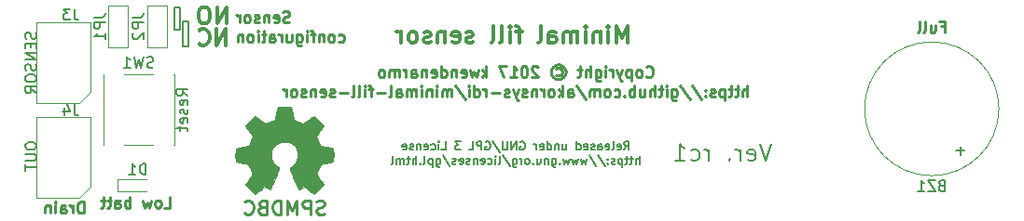
<source format=gbo>
G04 #@! TF.FileFunction,Legend,Bot*
%FSLAX46Y46*%
G04 Gerber Fmt 4.6, Leading zero omitted, Abs format (unit mm)*
G04 Created by KiCad (PCBNEW 4.0.7-e2-6376~58~ubuntu16.04.1) date Tue Sep 12 22:43:55 2017*
%MOMM*%
%LPD*%
G01*
G04 APERTURE LIST*
%ADD10C,0.100000*%
%ADD11C,0.254000*%
%ADD12C,0.152400*%
%ADD13C,0.300000*%
%ADD14C,0.200000*%
%ADD15C,0.120000*%
%ADD16C,0.010000*%
%ADD17C,0.150000*%
G04 APERTURE END LIST*
D10*
D11*
X123378571Y-103514048D02*
X123197143Y-103574524D01*
X122894762Y-103574524D01*
X122773809Y-103514048D01*
X122713333Y-103453571D01*
X122652857Y-103332619D01*
X122652857Y-103211667D01*
X122713333Y-103090714D01*
X122773809Y-103030238D01*
X122894762Y-102969762D01*
X123136666Y-102909286D01*
X123257619Y-102848810D01*
X123318095Y-102788333D01*
X123378571Y-102667381D01*
X123378571Y-102546429D01*
X123318095Y-102425476D01*
X123257619Y-102365000D01*
X123136666Y-102304524D01*
X122834286Y-102304524D01*
X122652857Y-102365000D01*
X122108571Y-103574524D02*
X122108571Y-102304524D01*
X121624762Y-102304524D01*
X121503809Y-102365000D01*
X121443333Y-102425476D01*
X121382857Y-102546429D01*
X121382857Y-102727857D01*
X121443333Y-102848810D01*
X121503809Y-102909286D01*
X121624762Y-102969762D01*
X122108571Y-102969762D01*
X120838571Y-103574524D02*
X120838571Y-102304524D01*
X120415238Y-103211667D01*
X119991904Y-102304524D01*
X119991904Y-103574524D01*
X119387142Y-103574524D02*
X119387142Y-102304524D01*
X119084761Y-102304524D01*
X118903333Y-102365000D01*
X118782380Y-102485952D01*
X118721904Y-102606905D01*
X118661428Y-102848810D01*
X118661428Y-103030238D01*
X118721904Y-103272143D01*
X118782380Y-103393095D01*
X118903333Y-103514048D01*
X119084761Y-103574524D01*
X119387142Y-103574524D01*
X117693809Y-102909286D02*
X117512380Y-102969762D01*
X117451904Y-103030238D01*
X117391428Y-103151190D01*
X117391428Y-103332619D01*
X117451904Y-103453571D01*
X117512380Y-103514048D01*
X117633333Y-103574524D01*
X118117142Y-103574524D01*
X118117142Y-102304524D01*
X117693809Y-102304524D01*
X117572856Y-102365000D01*
X117512380Y-102425476D01*
X117451904Y-102546429D01*
X117451904Y-102667381D01*
X117512380Y-102788333D01*
X117572856Y-102848810D01*
X117693809Y-102909286D01*
X118117142Y-102909286D01*
X116121428Y-103453571D02*
X116181904Y-103514048D01*
X116363333Y-103574524D01*
X116484285Y-103574524D01*
X116665713Y-103514048D01*
X116786666Y-103393095D01*
X116847142Y-103272143D01*
X116907618Y-103030238D01*
X116907618Y-102848810D01*
X116847142Y-102606905D01*
X116786666Y-102485952D01*
X116665713Y-102365000D01*
X116484285Y-102304524D01*
X116363333Y-102304524D01*
X116181904Y-102365000D01*
X116121428Y-102425476D01*
D12*
X150583429Y-97697014D02*
X150837429Y-97334157D01*
X151018857Y-97697014D02*
X151018857Y-96935014D01*
X150728572Y-96935014D01*
X150656000Y-96971300D01*
X150619715Y-97007586D01*
X150583429Y-97080157D01*
X150583429Y-97189014D01*
X150619715Y-97261586D01*
X150656000Y-97297871D01*
X150728572Y-97334157D01*
X151018857Y-97334157D01*
X149966572Y-97660729D02*
X150039143Y-97697014D01*
X150184286Y-97697014D01*
X150256857Y-97660729D01*
X150293143Y-97588157D01*
X150293143Y-97297871D01*
X150256857Y-97225300D01*
X150184286Y-97189014D01*
X150039143Y-97189014D01*
X149966572Y-97225300D01*
X149930286Y-97297871D01*
X149930286Y-97370443D01*
X150293143Y-97443014D01*
X149494857Y-97697014D02*
X149567429Y-97660729D01*
X149603714Y-97588157D01*
X149603714Y-96935014D01*
X148914286Y-97660729D02*
X148986857Y-97697014D01*
X149132000Y-97697014D01*
X149204571Y-97660729D01*
X149240857Y-97588157D01*
X149240857Y-97297871D01*
X149204571Y-97225300D01*
X149132000Y-97189014D01*
X148986857Y-97189014D01*
X148914286Y-97225300D01*
X148878000Y-97297871D01*
X148878000Y-97370443D01*
X149240857Y-97443014D01*
X148224857Y-97697014D02*
X148224857Y-97297871D01*
X148261143Y-97225300D01*
X148333714Y-97189014D01*
X148478857Y-97189014D01*
X148551428Y-97225300D01*
X148224857Y-97660729D02*
X148297428Y-97697014D01*
X148478857Y-97697014D01*
X148551428Y-97660729D01*
X148587714Y-97588157D01*
X148587714Y-97515586D01*
X148551428Y-97443014D01*
X148478857Y-97406729D01*
X148297428Y-97406729D01*
X148224857Y-97370443D01*
X147898285Y-97660729D02*
X147825714Y-97697014D01*
X147680571Y-97697014D01*
X147607999Y-97660729D01*
X147571714Y-97588157D01*
X147571714Y-97551871D01*
X147607999Y-97479300D01*
X147680571Y-97443014D01*
X147789428Y-97443014D01*
X147861999Y-97406729D01*
X147898285Y-97334157D01*
X147898285Y-97297871D01*
X147861999Y-97225300D01*
X147789428Y-97189014D01*
X147680571Y-97189014D01*
X147607999Y-97225300D01*
X146954857Y-97660729D02*
X147027428Y-97697014D01*
X147172571Y-97697014D01*
X147245142Y-97660729D01*
X147281428Y-97588157D01*
X147281428Y-97297871D01*
X147245142Y-97225300D01*
X147172571Y-97189014D01*
X147027428Y-97189014D01*
X146954857Y-97225300D01*
X146918571Y-97297871D01*
X146918571Y-97370443D01*
X147281428Y-97443014D01*
X146265428Y-97697014D02*
X146265428Y-96935014D01*
X146265428Y-97660729D02*
X146337999Y-97697014D01*
X146483142Y-97697014D01*
X146555714Y-97660729D01*
X146591999Y-97624443D01*
X146628285Y-97551871D01*
X146628285Y-97334157D01*
X146591999Y-97261586D01*
X146555714Y-97225300D01*
X146483142Y-97189014D01*
X146337999Y-97189014D01*
X146265428Y-97225300D01*
X144995428Y-97189014D02*
X144995428Y-97697014D01*
X145321999Y-97189014D02*
X145321999Y-97588157D01*
X145285714Y-97660729D01*
X145213142Y-97697014D01*
X145104285Y-97697014D01*
X145031714Y-97660729D01*
X144995428Y-97624443D01*
X144632570Y-97189014D02*
X144632570Y-97697014D01*
X144632570Y-97261586D02*
X144596285Y-97225300D01*
X144523713Y-97189014D01*
X144414856Y-97189014D01*
X144342285Y-97225300D01*
X144305999Y-97297871D01*
X144305999Y-97697014D01*
X143616570Y-97697014D02*
X143616570Y-96935014D01*
X143616570Y-97660729D02*
X143689141Y-97697014D01*
X143834284Y-97697014D01*
X143906856Y-97660729D01*
X143943141Y-97624443D01*
X143979427Y-97551871D01*
X143979427Y-97334157D01*
X143943141Y-97261586D01*
X143906856Y-97225300D01*
X143834284Y-97189014D01*
X143689141Y-97189014D01*
X143616570Y-97225300D01*
X142963427Y-97660729D02*
X143035998Y-97697014D01*
X143181141Y-97697014D01*
X143253712Y-97660729D01*
X143289998Y-97588157D01*
X143289998Y-97297871D01*
X143253712Y-97225300D01*
X143181141Y-97189014D01*
X143035998Y-97189014D01*
X142963427Y-97225300D01*
X142927141Y-97297871D01*
X142927141Y-97370443D01*
X143289998Y-97443014D01*
X142600569Y-97697014D02*
X142600569Y-97189014D01*
X142600569Y-97334157D02*
X142564284Y-97261586D01*
X142527998Y-97225300D01*
X142455427Y-97189014D01*
X142382855Y-97189014D01*
X141149142Y-96971300D02*
X141221713Y-96935014D01*
X141330570Y-96935014D01*
X141439427Y-96971300D01*
X141511999Y-97043871D01*
X141548284Y-97116443D01*
X141584570Y-97261586D01*
X141584570Y-97370443D01*
X141548284Y-97515586D01*
X141511999Y-97588157D01*
X141439427Y-97660729D01*
X141330570Y-97697014D01*
X141257999Y-97697014D01*
X141149142Y-97660729D01*
X141112856Y-97624443D01*
X141112856Y-97370443D01*
X141257999Y-97370443D01*
X140786284Y-97697014D02*
X140786284Y-96935014D01*
X140350856Y-97697014D01*
X140350856Y-96935014D01*
X139987998Y-96935014D02*
X139987998Y-97551871D01*
X139951713Y-97624443D01*
X139915427Y-97660729D01*
X139842856Y-97697014D01*
X139697713Y-97697014D01*
X139625141Y-97660729D01*
X139588856Y-97624443D01*
X139552570Y-97551871D01*
X139552570Y-96935014D01*
X138645427Y-96898729D02*
X139298570Y-97878443D01*
X137992284Y-96971300D02*
X138064855Y-96935014D01*
X138173712Y-96935014D01*
X138282569Y-96971300D01*
X138355141Y-97043871D01*
X138391426Y-97116443D01*
X138427712Y-97261586D01*
X138427712Y-97370443D01*
X138391426Y-97515586D01*
X138355141Y-97588157D01*
X138282569Y-97660729D01*
X138173712Y-97697014D01*
X138101141Y-97697014D01*
X137992284Y-97660729D01*
X137955998Y-97624443D01*
X137955998Y-97370443D01*
X138101141Y-97370443D01*
X137629426Y-97697014D02*
X137629426Y-96935014D01*
X137339141Y-96935014D01*
X137266569Y-96971300D01*
X137230284Y-97007586D01*
X137193998Y-97080157D01*
X137193998Y-97189014D01*
X137230284Y-97261586D01*
X137266569Y-97297871D01*
X137339141Y-97334157D01*
X137629426Y-97334157D01*
X136504569Y-97697014D02*
X136867426Y-97697014D01*
X136867426Y-96935014D01*
X135742570Y-96935014D02*
X135270856Y-96935014D01*
X135524856Y-97225300D01*
X135415998Y-97225300D01*
X135343427Y-97261586D01*
X135307141Y-97297871D01*
X135270856Y-97370443D01*
X135270856Y-97551871D01*
X135307141Y-97624443D01*
X135343427Y-97660729D01*
X135415998Y-97697014D01*
X135633713Y-97697014D01*
X135706284Y-97660729D01*
X135742570Y-97624443D01*
X134000856Y-97697014D02*
X134363713Y-97697014D01*
X134363713Y-96935014D01*
X133746856Y-97697014D02*
X133746856Y-97189014D01*
X133746856Y-96935014D02*
X133783142Y-96971300D01*
X133746856Y-97007586D01*
X133710571Y-96971300D01*
X133746856Y-96935014D01*
X133746856Y-97007586D01*
X133057428Y-97660729D02*
X133129999Y-97697014D01*
X133275142Y-97697014D01*
X133347714Y-97660729D01*
X133383999Y-97624443D01*
X133420285Y-97551871D01*
X133420285Y-97334157D01*
X133383999Y-97261586D01*
X133347714Y-97225300D01*
X133275142Y-97189014D01*
X133129999Y-97189014D01*
X133057428Y-97225300D01*
X132440571Y-97660729D02*
X132513142Y-97697014D01*
X132658285Y-97697014D01*
X132730856Y-97660729D01*
X132767142Y-97588157D01*
X132767142Y-97297871D01*
X132730856Y-97225300D01*
X132658285Y-97189014D01*
X132513142Y-97189014D01*
X132440571Y-97225300D01*
X132404285Y-97297871D01*
X132404285Y-97370443D01*
X132767142Y-97443014D01*
X132077713Y-97189014D02*
X132077713Y-97697014D01*
X132077713Y-97261586D02*
X132041428Y-97225300D01*
X131968856Y-97189014D01*
X131859999Y-97189014D01*
X131787428Y-97225300D01*
X131751142Y-97297871D01*
X131751142Y-97697014D01*
X131424570Y-97660729D02*
X131351999Y-97697014D01*
X131206856Y-97697014D01*
X131134284Y-97660729D01*
X131097999Y-97588157D01*
X131097999Y-97551871D01*
X131134284Y-97479300D01*
X131206856Y-97443014D01*
X131315713Y-97443014D01*
X131388284Y-97406729D01*
X131424570Y-97334157D01*
X131424570Y-97297871D01*
X131388284Y-97225300D01*
X131315713Y-97189014D01*
X131206856Y-97189014D01*
X131134284Y-97225300D01*
X130481142Y-97660729D02*
X130553713Y-97697014D01*
X130698856Y-97697014D01*
X130771427Y-97660729D01*
X130807713Y-97588157D01*
X130807713Y-97297871D01*
X130771427Y-97225300D01*
X130698856Y-97189014D01*
X130553713Y-97189014D01*
X130481142Y-97225300D01*
X130444856Y-97297871D01*
X130444856Y-97370443D01*
X130807713Y-97443014D01*
X151962289Y-98992414D02*
X151962289Y-98230414D01*
X151635718Y-98992414D02*
X151635718Y-98593271D01*
X151672004Y-98520700D01*
X151744575Y-98484414D01*
X151853432Y-98484414D01*
X151926004Y-98520700D01*
X151962289Y-98556986D01*
X151381718Y-98484414D02*
X151091432Y-98484414D01*
X151272860Y-98230414D02*
X151272860Y-98883557D01*
X151236575Y-98956129D01*
X151164003Y-98992414D01*
X151091432Y-98992414D01*
X150946289Y-98484414D02*
X150656003Y-98484414D01*
X150837431Y-98230414D02*
X150837431Y-98883557D01*
X150801146Y-98956129D01*
X150728574Y-98992414D01*
X150656003Y-98992414D01*
X150402002Y-98484414D02*
X150402002Y-99246414D01*
X150402002Y-98520700D02*
X150329431Y-98484414D01*
X150184288Y-98484414D01*
X150111717Y-98520700D01*
X150075431Y-98556986D01*
X150039145Y-98629557D01*
X150039145Y-98847271D01*
X150075431Y-98919843D01*
X150111717Y-98956129D01*
X150184288Y-98992414D01*
X150329431Y-98992414D01*
X150402002Y-98956129D01*
X149748859Y-98956129D02*
X149676288Y-98992414D01*
X149531145Y-98992414D01*
X149458573Y-98956129D01*
X149422288Y-98883557D01*
X149422288Y-98847271D01*
X149458573Y-98774700D01*
X149531145Y-98738414D01*
X149640002Y-98738414D01*
X149712573Y-98702129D01*
X149748859Y-98629557D01*
X149748859Y-98593271D01*
X149712573Y-98520700D01*
X149640002Y-98484414D01*
X149531145Y-98484414D01*
X149458573Y-98520700D01*
X149095716Y-98919843D02*
X149059431Y-98956129D01*
X149095716Y-98992414D01*
X149132002Y-98956129D01*
X149095716Y-98919843D01*
X149095716Y-98992414D01*
X149095716Y-98520700D02*
X149059431Y-98556986D01*
X149095716Y-98593271D01*
X149132002Y-98556986D01*
X149095716Y-98520700D01*
X149095716Y-98593271D01*
X148188574Y-98194129D02*
X148841717Y-99173843D01*
X147390288Y-98194129D02*
X148043431Y-99173843D01*
X147208859Y-98484414D02*
X147063716Y-98992414D01*
X146918573Y-98629557D01*
X146773430Y-98992414D01*
X146628287Y-98484414D01*
X146410573Y-98484414D02*
X146265430Y-98992414D01*
X146120287Y-98629557D01*
X145975144Y-98992414D01*
X145830001Y-98484414D01*
X145612287Y-98484414D02*
X145467144Y-98992414D01*
X145322001Y-98629557D01*
X145176858Y-98992414D01*
X145031715Y-98484414D01*
X144741429Y-98919843D02*
X144705144Y-98956129D01*
X144741429Y-98992414D01*
X144777715Y-98956129D01*
X144741429Y-98919843D01*
X144741429Y-98992414D01*
X144052001Y-98484414D02*
X144052001Y-99101271D01*
X144088287Y-99173843D01*
X144124572Y-99210129D01*
X144197144Y-99246414D01*
X144306001Y-99246414D01*
X144378572Y-99210129D01*
X144052001Y-98956129D02*
X144124572Y-98992414D01*
X144269715Y-98992414D01*
X144342287Y-98956129D01*
X144378572Y-98919843D01*
X144414858Y-98847271D01*
X144414858Y-98629557D01*
X144378572Y-98556986D01*
X144342287Y-98520700D01*
X144269715Y-98484414D01*
X144124572Y-98484414D01*
X144052001Y-98520700D01*
X143689143Y-98484414D02*
X143689143Y-98992414D01*
X143689143Y-98556986D02*
X143652858Y-98520700D01*
X143580286Y-98484414D01*
X143471429Y-98484414D01*
X143398858Y-98520700D01*
X143362572Y-98593271D01*
X143362572Y-98992414D01*
X142673143Y-98484414D02*
X142673143Y-98992414D01*
X142999714Y-98484414D02*
X142999714Y-98883557D01*
X142963429Y-98956129D01*
X142890857Y-98992414D01*
X142782000Y-98992414D01*
X142709429Y-98956129D01*
X142673143Y-98919843D01*
X142310285Y-98919843D02*
X142274000Y-98956129D01*
X142310285Y-98992414D01*
X142346571Y-98956129D01*
X142310285Y-98919843D01*
X142310285Y-98992414D01*
X141838571Y-98992414D02*
X141911143Y-98956129D01*
X141947428Y-98919843D01*
X141983714Y-98847271D01*
X141983714Y-98629557D01*
X141947428Y-98556986D01*
X141911143Y-98520700D01*
X141838571Y-98484414D01*
X141729714Y-98484414D01*
X141657143Y-98520700D01*
X141620857Y-98556986D01*
X141584571Y-98629557D01*
X141584571Y-98847271D01*
X141620857Y-98919843D01*
X141657143Y-98956129D01*
X141729714Y-98992414D01*
X141838571Y-98992414D01*
X141257999Y-98992414D02*
X141257999Y-98484414D01*
X141257999Y-98629557D02*
X141221714Y-98556986D01*
X141185428Y-98520700D01*
X141112857Y-98484414D01*
X141040285Y-98484414D01*
X140459714Y-98484414D02*
X140459714Y-99101271D01*
X140496000Y-99173843D01*
X140532285Y-99210129D01*
X140604857Y-99246414D01*
X140713714Y-99246414D01*
X140786285Y-99210129D01*
X140459714Y-98956129D02*
X140532285Y-98992414D01*
X140677428Y-98992414D01*
X140750000Y-98956129D01*
X140786285Y-98919843D01*
X140822571Y-98847271D01*
X140822571Y-98629557D01*
X140786285Y-98556986D01*
X140750000Y-98520700D01*
X140677428Y-98484414D01*
X140532285Y-98484414D01*
X140459714Y-98520700D01*
X139552571Y-98194129D02*
X140205714Y-99173843D01*
X139189713Y-98992414D02*
X139262285Y-98956129D01*
X139298570Y-98883557D01*
X139298570Y-98230414D01*
X138899427Y-98992414D02*
X138899427Y-98484414D01*
X138899427Y-98230414D02*
X138935713Y-98266700D01*
X138899427Y-98302986D01*
X138863142Y-98266700D01*
X138899427Y-98230414D01*
X138899427Y-98302986D01*
X138209999Y-98956129D02*
X138282570Y-98992414D01*
X138427713Y-98992414D01*
X138500285Y-98956129D01*
X138536570Y-98919843D01*
X138572856Y-98847271D01*
X138572856Y-98629557D01*
X138536570Y-98556986D01*
X138500285Y-98520700D01*
X138427713Y-98484414D01*
X138282570Y-98484414D01*
X138209999Y-98520700D01*
X137593142Y-98956129D02*
X137665713Y-98992414D01*
X137810856Y-98992414D01*
X137883427Y-98956129D01*
X137919713Y-98883557D01*
X137919713Y-98593271D01*
X137883427Y-98520700D01*
X137810856Y-98484414D01*
X137665713Y-98484414D01*
X137593142Y-98520700D01*
X137556856Y-98593271D01*
X137556856Y-98665843D01*
X137919713Y-98738414D01*
X137230284Y-98484414D02*
X137230284Y-98992414D01*
X137230284Y-98556986D02*
X137193999Y-98520700D01*
X137121427Y-98484414D01*
X137012570Y-98484414D01*
X136939999Y-98520700D01*
X136903713Y-98593271D01*
X136903713Y-98992414D01*
X136577141Y-98956129D02*
X136504570Y-98992414D01*
X136359427Y-98992414D01*
X136286855Y-98956129D01*
X136250570Y-98883557D01*
X136250570Y-98847271D01*
X136286855Y-98774700D01*
X136359427Y-98738414D01*
X136468284Y-98738414D01*
X136540855Y-98702129D01*
X136577141Y-98629557D01*
X136577141Y-98593271D01*
X136540855Y-98520700D01*
X136468284Y-98484414D01*
X136359427Y-98484414D01*
X136286855Y-98520700D01*
X135633713Y-98956129D02*
X135706284Y-98992414D01*
X135851427Y-98992414D01*
X135923998Y-98956129D01*
X135960284Y-98883557D01*
X135960284Y-98593271D01*
X135923998Y-98520700D01*
X135851427Y-98484414D01*
X135706284Y-98484414D01*
X135633713Y-98520700D01*
X135597427Y-98593271D01*
X135597427Y-98665843D01*
X135960284Y-98738414D01*
X135307141Y-98956129D02*
X135234570Y-98992414D01*
X135089427Y-98992414D01*
X135016855Y-98956129D01*
X134980570Y-98883557D01*
X134980570Y-98847271D01*
X135016855Y-98774700D01*
X135089427Y-98738414D01*
X135198284Y-98738414D01*
X135270855Y-98702129D01*
X135307141Y-98629557D01*
X135307141Y-98593271D01*
X135270855Y-98520700D01*
X135198284Y-98484414D01*
X135089427Y-98484414D01*
X135016855Y-98520700D01*
X134109713Y-98194129D02*
X134762856Y-99173843D01*
X133529141Y-98484414D02*
X133529141Y-99101271D01*
X133565427Y-99173843D01*
X133601712Y-99210129D01*
X133674284Y-99246414D01*
X133783141Y-99246414D01*
X133855712Y-99210129D01*
X133529141Y-98956129D02*
X133601712Y-98992414D01*
X133746855Y-98992414D01*
X133819427Y-98956129D01*
X133855712Y-98919843D01*
X133891998Y-98847271D01*
X133891998Y-98629557D01*
X133855712Y-98556986D01*
X133819427Y-98520700D01*
X133746855Y-98484414D01*
X133601712Y-98484414D01*
X133529141Y-98520700D01*
X133166283Y-98484414D02*
X133166283Y-99246414D01*
X133166283Y-98520700D02*
X133093712Y-98484414D01*
X132948569Y-98484414D01*
X132875998Y-98520700D01*
X132839712Y-98556986D01*
X132803426Y-98629557D01*
X132803426Y-98847271D01*
X132839712Y-98919843D01*
X132875998Y-98956129D01*
X132948569Y-98992414D01*
X133093712Y-98992414D01*
X133166283Y-98956129D01*
X132367997Y-98992414D02*
X132440569Y-98956129D01*
X132476854Y-98883557D01*
X132476854Y-98230414D01*
X132077711Y-98919843D02*
X132041426Y-98956129D01*
X132077711Y-98992414D01*
X132113997Y-98956129D01*
X132077711Y-98919843D01*
X132077711Y-98992414D01*
X131714854Y-98992414D02*
X131714854Y-98230414D01*
X131388283Y-98992414D02*
X131388283Y-98593271D01*
X131424569Y-98520700D01*
X131497140Y-98484414D01*
X131605997Y-98484414D01*
X131678569Y-98520700D01*
X131714854Y-98556986D01*
X131134283Y-98484414D02*
X130843997Y-98484414D01*
X131025425Y-98230414D02*
X131025425Y-98883557D01*
X130989140Y-98956129D01*
X130916568Y-98992414D01*
X130843997Y-98992414D01*
X130589996Y-98992414D02*
X130589996Y-98484414D01*
X130589996Y-98556986D02*
X130553711Y-98520700D01*
X130481139Y-98484414D01*
X130372282Y-98484414D01*
X130299711Y-98520700D01*
X130263425Y-98593271D01*
X130263425Y-98992414D01*
X130263425Y-98593271D02*
X130227139Y-98520700D01*
X130154568Y-98484414D01*
X130045711Y-98484414D01*
X129973139Y-98520700D01*
X129936854Y-98593271D01*
X129936854Y-98992414D01*
X129465139Y-98992414D02*
X129537711Y-98956129D01*
X129573996Y-98883557D01*
X129573996Y-98230414D01*
D11*
X152579141Y-90973857D02*
X152627522Y-91022238D01*
X152772665Y-91070619D01*
X152869427Y-91070619D01*
X153014569Y-91022238D01*
X153111331Y-90925476D01*
X153159712Y-90828714D01*
X153208093Y-90635190D01*
X153208093Y-90490048D01*
X153159712Y-90296524D01*
X153111331Y-90199762D01*
X153014569Y-90103000D01*
X152869427Y-90054619D01*
X152772665Y-90054619D01*
X152627522Y-90103000D01*
X152579141Y-90151381D01*
X151998569Y-91070619D02*
X152095331Y-91022238D01*
X152143712Y-90973857D01*
X152192093Y-90877095D01*
X152192093Y-90586810D01*
X152143712Y-90490048D01*
X152095331Y-90441667D01*
X151998569Y-90393286D01*
X151853427Y-90393286D01*
X151756665Y-90441667D01*
X151708284Y-90490048D01*
X151659903Y-90586810D01*
X151659903Y-90877095D01*
X151708284Y-90973857D01*
X151756665Y-91022238D01*
X151853427Y-91070619D01*
X151998569Y-91070619D01*
X151224474Y-90393286D02*
X151224474Y-91409286D01*
X151224474Y-90441667D02*
X151127712Y-90393286D01*
X150934189Y-90393286D01*
X150837427Y-90441667D01*
X150789046Y-90490048D01*
X150740665Y-90586810D01*
X150740665Y-90877095D01*
X150789046Y-90973857D01*
X150837427Y-91022238D01*
X150934189Y-91070619D01*
X151127712Y-91070619D01*
X151224474Y-91022238D01*
X150401998Y-90393286D02*
X150160093Y-91070619D01*
X149918189Y-90393286D02*
X150160093Y-91070619D01*
X150256855Y-91312524D01*
X150305236Y-91360905D01*
X150401998Y-91409286D01*
X149531141Y-91070619D02*
X149531141Y-90393286D01*
X149531141Y-90586810D02*
X149482760Y-90490048D01*
X149434379Y-90441667D01*
X149337617Y-90393286D01*
X149240856Y-90393286D01*
X148902189Y-91070619D02*
X148902189Y-90393286D01*
X148902189Y-90054619D02*
X148950570Y-90103000D01*
X148902189Y-90151381D01*
X148853808Y-90103000D01*
X148902189Y-90054619D01*
X148902189Y-90151381D01*
X147982951Y-90393286D02*
X147982951Y-91215762D01*
X148031332Y-91312524D01*
X148079713Y-91360905D01*
X148176474Y-91409286D01*
X148321617Y-91409286D01*
X148418379Y-91360905D01*
X147982951Y-91022238D02*
X148079713Y-91070619D01*
X148273236Y-91070619D01*
X148369998Y-91022238D01*
X148418379Y-90973857D01*
X148466760Y-90877095D01*
X148466760Y-90586810D01*
X148418379Y-90490048D01*
X148369998Y-90441667D01*
X148273236Y-90393286D01*
X148079713Y-90393286D01*
X147982951Y-90441667D01*
X147499141Y-91070619D02*
X147499141Y-90054619D01*
X147063713Y-91070619D02*
X147063713Y-90538429D01*
X147112094Y-90441667D01*
X147208856Y-90393286D01*
X147353998Y-90393286D01*
X147450760Y-90441667D01*
X147499141Y-90490048D01*
X146725046Y-90393286D02*
X146337998Y-90393286D01*
X146579903Y-90054619D02*
X146579903Y-90925476D01*
X146531522Y-91022238D01*
X146434760Y-91070619D01*
X146337998Y-91070619D01*
X144402761Y-90296524D02*
X144499523Y-90248143D01*
X144693047Y-90248143D01*
X144789809Y-90296524D01*
X144886571Y-90393286D01*
X144934952Y-90490048D01*
X144934952Y-90683571D01*
X144886571Y-90780333D01*
X144789809Y-90877095D01*
X144693047Y-90925476D01*
X144499523Y-90925476D01*
X144402761Y-90877095D01*
X144596285Y-89909476D02*
X144838190Y-89957857D01*
X145080094Y-90103000D01*
X145225237Y-90344905D01*
X145273618Y-90586810D01*
X145225237Y-90828714D01*
X145080094Y-91070619D01*
X144838190Y-91215762D01*
X144596285Y-91264143D01*
X144354380Y-91215762D01*
X144112475Y-91070619D01*
X143967332Y-90828714D01*
X143918952Y-90586810D01*
X143967332Y-90344905D01*
X144112475Y-90103000D01*
X144354380Y-89957857D01*
X144596285Y-89909476D01*
X142757809Y-90151381D02*
X142709428Y-90103000D01*
X142612666Y-90054619D01*
X142370762Y-90054619D01*
X142274000Y-90103000D01*
X142225619Y-90151381D01*
X142177238Y-90248143D01*
X142177238Y-90344905D01*
X142225619Y-90490048D01*
X142806190Y-91070619D01*
X142177238Y-91070619D01*
X141548285Y-90054619D02*
X141451524Y-90054619D01*
X141354762Y-90103000D01*
X141306381Y-90151381D01*
X141258000Y-90248143D01*
X141209619Y-90441667D01*
X141209619Y-90683571D01*
X141258000Y-90877095D01*
X141306381Y-90973857D01*
X141354762Y-91022238D01*
X141451524Y-91070619D01*
X141548285Y-91070619D01*
X141645047Y-91022238D01*
X141693428Y-90973857D01*
X141741809Y-90877095D01*
X141790190Y-90683571D01*
X141790190Y-90441667D01*
X141741809Y-90248143D01*
X141693428Y-90151381D01*
X141645047Y-90103000D01*
X141548285Y-90054619D01*
X140242000Y-91070619D02*
X140822571Y-91070619D01*
X140532285Y-91070619D02*
X140532285Y-90054619D01*
X140629047Y-90199762D01*
X140725809Y-90296524D01*
X140822571Y-90344905D01*
X139903333Y-90054619D02*
X139226000Y-90054619D01*
X139661428Y-91070619D01*
X138064857Y-91070619D02*
X138064857Y-90054619D01*
X137968095Y-90683571D02*
X137677810Y-91070619D01*
X137677810Y-90393286D02*
X138064857Y-90780333D01*
X137339143Y-90393286D02*
X137145619Y-91070619D01*
X136952096Y-90586810D01*
X136758572Y-91070619D01*
X136565048Y-90393286D01*
X135790953Y-91022238D02*
X135887715Y-91070619D01*
X136081238Y-91070619D01*
X136178000Y-91022238D01*
X136226381Y-90925476D01*
X136226381Y-90538429D01*
X136178000Y-90441667D01*
X136081238Y-90393286D01*
X135887715Y-90393286D01*
X135790953Y-90441667D01*
X135742572Y-90538429D01*
X135742572Y-90635190D01*
X136226381Y-90731952D01*
X135307143Y-90393286D02*
X135307143Y-91070619D01*
X135307143Y-90490048D02*
X135258762Y-90441667D01*
X135162000Y-90393286D01*
X135016858Y-90393286D01*
X134920096Y-90441667D01*
X134871715Y-90538429D01*
X134871715Y-91070619D01*
X133952477Y-91070619D02*
X133952477Y-90054619D01*
X133952477Y-91022238D02*
X134049239Y-91070619D01*
X134242762Y-91070619D01*
X134339524Y-91022238D01*
X134387905Y-90973857D01*
X134436286Y-90877095D01*
X134436286Y-90586810D01*
X134387905Y-90490048D01*
X134339524Y-90441667D01*
X134242762Y-90393286D01*
X134049239Y-90393286D01*
X133952477Y-90441667D01*
X133081620Y-91022238D02*
X133178382Y-91070619D01*
X133371905Y-91070619D01*
X133468667Y-91022238D01*
X133517048Y-90925476D01*
X133517048Y-90538429D01*
X133468667Y-90441667D01*
X133371905Y-90393286D01*
X133178382Y-90393286D01*
X133081620Y-90441667D01*
X133033239Y-90538429D01*
X133033239Y-90635190D01*
X133517048Y-90731952D01*
X132597810Y-90393286D02*
X132597810Y-91070619D01*
X132597810Y-90490048D02*
X132549429Y-90441667D01*
X132452667Y-90393286D01*
X132307525Y-90393286D01*
X132210763Y-90441667D01*
X132162382Y-90538429D01*
X132162382Y-91070619D01*
X131243144Y-91070619D02*
X131243144Y-90538429D01*
X131291525Y-90441667D01*
X131388287Y-90393286D01*
X131581810Y-90393286D01*
X131678572Y-90441667D01*
X131243144Y-91022238D02*
X131339906Y-91070619D01*
X131581810Y-91070619D01*
X131678572Y-91022238D01*
X131726953Y-90925476D01*
X131726953Y-90828714D01*
X131678572Y-90731952D01*
X131581810Y-90683571D01*
X131339906Y-90683571D01*
X131243144Y-90635190D01*
X130759334Y-91070619D02*
X130759334Y-90393286D01*
X130759334Y-90586810D02*
X130710953Y-90490048D01*
X130662572Y-90441667D01*
X130565810Y-90393286D01*
X130469049Y-90393286D01*
X130130382Y-91070619D02*
X130130382Y-90393286D01*
X130130382Y-90490048D02*
X130082001Y-90441667D01*
X129985239Y-90393286D01*
X129840097Y-90393286D01*
X129743335Y-90441667D01*
X129694954Y-90538429D01*
X129694954Y-91070619D01*
X129694954Y-90538429D02*
X129646573Y-90441667D01*
X129549811Y-90393286D01*
X129404668Y-90393286D01*
X129307906Y-90441667D01*
X129259525Y-90538429D01*
X129259525Y-91070619D01*
X128630572Y-91070619D02*
X128727334Y-91022238D01*
X128775715Y-90973857D01*
X128824096Y-90877095D01*
X128824096Y-90586810D01*
X128775715Y-90490048D01*
X128727334Y-90441667D01*
X128630572Y-90393286D01*
X128485430Y-90393286D01*
X128388668Y-90441667D01*
X128340287Y-90490048D01*
X128291906Y-90586810D01*
X128291906Y-90877095D01*
X128340287Y-90973857D01*
X128388668Y-91022238D01*
X128485430Y-91070619D01*
X128630572Y-91070619D01*
X161771522Y-92848619D02*
X161771522Y-91832619D01*
X161336094Y-92848619D02*
X161336094Y-92316429D01*
X161384475Y-92219667D01*
X161481237Y-92171286D01*
X161626379Y-92171286D01*
X161723141Y-92219667D01*
X161771522Y-92268048D01*
X160997427Y-92171286D02*
X160610379Y-92171286D01*
X160852284Y-91832619D02*
X160852284Y-92703476D01*
X160803903Y-92800238D01*
X160707141Y-92848619D01*
X160610379Y-92848619D01*
X160416856Y-92171286D02*
X160029808Y-92171286D01*
X160271713Y-91832619D02*
X160271713Y-92703476D01*
X160223332Y-92800238D01*
X160126570Y-92848619D01*
X160029808Y-92848619D01*
X159691142Y-92171286D02*
X159691142Y-93187286D01*
X159691142Y-92219667D02*
X159594380Y-92171286D01*
X159400857Y-92171286D01*
X159304095Y-92219667D01*
X159255714Y-92268048D01*
X159207333Y-92364810D01*
X159207333Y-92655095D01*
X159255714Y-92751857D01*
X159304095Y-92800238D01*
X159400857Y-92848619D01*
X159594380Y-92848619D01*
X159691142Y-92800238D01*
X158820285Y-92800238D02*
X158723523Y-92848619D01*
X158529999Y-92848619D01*
X158433238Y-92800238D01*
X158384857Y-92703476D01*
X158384857Y-92655095D01*
X158433238Y-92558333D01*
X158529999Y-92509952D01*
X158675142Y-92509952D01*
X158771904Y-92461571D01*
X158820285Y-92364810D01*
X158820285Y-92316429D01*
X158771904Y-92219667D01*
X158675142Y-92171286D01*
X158529999Y-92171286D01*
X158433238Y-92219667D01*
X157949428Y-92751857D02*
X157901047Y-92800238D01*
X157949428Y-92848619D01*
X157997809Y-92800238D01*
X157949428Y-92751857D01*
X157949428Y-92848619D01*
X157949428Y-92219667D02*
X157901047Y-92268048D01*
X157949428Y-92316429D01*
X157997809Y-92268048D01*
X157949428Y-92219667D01*
X157949428Y-92316429D01*
X156739904Y-91784238D02*
X157610761Y-93090524D01*
X155675523Y-91784238D02*
X156546380Y-93090524D01*
X154901428Y-92171286D02*
X154901428Y-92993762D01*
X154949809Y-93090524D01*
X154998190Y-93138905D01*
X155094951Y-93187286D01*
X155240094Y-93187286D01*
X155336856Y-93138905D01*
X154901428Y-92800238D02*
X154998190Y-92848619D01*
X155191713Y-92848619D01*
X155288475Y-92800238D01*
X155336856Y-92751857D01*
X155385237Y-92655095D01*
X155385237Y-92364810D01*
X155336856Y-92268048D01*
X155288475Y-92219667D01*
X155191713Y-92171286D01*
X154998190Y-92171286D01*
X154901428Y-92219667D01*
X154417618Y-92848619D02*
X154417618Y-92171286D01*
X154417618Y-91832619D02*
X154465999Y-91881000D01*
X154417618Y-91929381D01*
X154369237Y-91881000D01*
X154417618Y-91832619D01*
X154417618Y-91929381D01*
X154078951Y-92171286D02*
X153691903Y-92171286D01*
X153933808Y-91832619D02*
X153933808Y-92703476D01*
X153885427Y-92800238D01*
X153788665Y-92848619D01*
X153691903Y-92848619D01*
X153353237Y-92848619D02*
X153353237Y-91832619D01*
X152917809Y-92848619D02*
X152917809Y-92316429D01*
X152966190Y-92219667D01*
X153062952Y-92171286D01*
X153208094Y-92171286D01*
X153304856Y-92219667D01*
X153353237Y-92268048D01*
X151998571Y-92171286D02*
X151998571Y-92848619D01*
X152433999Y-92171286D02*
X152433999Y-92703476D01*
X152385618Y-92800238D01*
X152288856Y-92848619D01*
X152143714Y-92848619D01*
X152046952Y-92800238D01*
X151998571Y-92751857D01*
X151514761Y-92848619D02*
X151514761Y-91832619D01*
X151514761Y-92219667D02*
X151417999Y-92171286D01*
X151224476Y-92171286D01*
X151127714Y-92219667D01*
X151079333Y-92268048D01*
X151030952Y-92364810D01*
X151030952Y-92655095D01*
X151079333Y-92751857D01*
X151127714Y-92800238D01*
X151224476Y-92848619D01*
X151417999Y-92848619D01*
X151514761Y-92800238D01*
X150595523Y-92751857D02*
X150547142Y-92800238D01*
X150595523Y-92848619D01*
X150643904Y-92800238D01*
X150595523Y-92751857D01*
X150595523Y-92848619D01*
X149676285Y-92800238D02*
X149773047Y-92848619D01*
X149966570Y-92848619D01*
X150063332Y-92800238D01*
X150111713Y-92751857D01*
X150160094Y-92655095D01*
X150160094Y-92364810D01*
X150111713Y-92268048D01*
X150063332Y-92219667D01*
X149966570Y-92171286D01*
X149773047Y-92171286D01*
X149676285Y-92219667D01*
X149095713Y-92848619D02*
X149192475Y-92800238D01*
X149240856Y-92751857D01*
X149289237Y-92655095D01*
X149289237Y-92364810D01*
X149240856Y-92268048D01*
X149192475Y-92219667D01*
X149095713Y-92171286D01*
X148950571Y-92171286D01*
X148853809Y-92219667D01*
X148805428Y-92268048D01*
X148757047Y-92364810D01*
X148757047Y-92655095D01*
X148805428Y-92751857D01*
X148853809Y-92800238D01*
X148950571Y-92848619D01*
X149095713Y-92848619D01*
X148321618Y-92848619D02*
X148321618Y-92171286D01*
X148321618Y-92268048D02*
X148273237Y-92219667D01*
X148176475Y-92171286D01*
X148031333Y-92171286D01*
X147934571Y-92219667D01*
X147886190Y-92316429D01*
X147886190Y-92848619D01*
X147886190Y-92316429D02*
X147837809Y-92219667D01*
X147741047Y-92171286D01*
X147595904Y-92171286D01*
X147499142Y-92219667D01*
X147450761Y-92316429D01*
X147450761Y-92848619D01*
X146241237Y-91784238D02*
X147112094Y-93090524D01*
X145467142Y-92848619D02*
X145467142Y-92316429D01*
X145515523Y-92219667D01*
X145612285Y-92171286D01*
X145805808Y-92171286D01*
X145902570Y-92219667D01*
X145467142Y-92800238D02*
X145563904Y-92848619D01*
X145805808Y-92848619D01*
X145902570Y-92800238D01*
X145950951Y-92703476D01*
X145950951Y-92606714D01*
X145902570Y-92509952D01*
X145805808Y-92461571D01*
X145563904Y-92461571D01*
X145467142Y-92413190D01*
X144983332Y-92848619D02*
X144983332Y-91832619D01*
X144886570Y-92461571D02*
X144596285Y-92848619D01*
X144596285Y-92171286D02*
X144983332Y-92558333D01*
X144015713Y-92848619D02*
X144112475Y-92800238D01*
X144160856Y-92751857D01*
X144209237Y-92655095D01*
X144209237Y-92364810D01*
X144160856Y-92268048D01*
X144112475Y-92219667D01*
X144015713Y-92171286D01*
X143870571Y-92171286D01*
X143773809Y-92219667D01*
X143725428Y-92268048D01*
X143677047Y-92364810D01*
X143677047Y-92655095D01*
X143725428Y-92751857D01*
X143773809Y-92800238D01*
X143870571Y-92848619D01*
X144015713Y-92848619D01*
X143241618Y-92848619D02*
X143241618Y-92171286D01*
X143241618Y-92364810D02*
X143193237Y-92268048D01*
X143144856Y-92219667D01*
X143048094Y-92171286D01*
X142951333Y-92171286D01*
X142612666Y-92171286D02*
X142612666Y-92848619D01*
X142612666Y-92268048D02*
X142564285Y-92219667D01*
X142467523Y-92171286D01*
X142322381Y-92171286D01*
X142225619Y-92219667D01*
X142177238Y-92316429D01*
X142177238Y-92848619D01*
X141741809Y-92800238D02*
X141645047Y-92848619D01*
X141451523Y-92848619D01*
X141354762Y-92800238D01*
X141306381Y-92703476D01*
X141306381Y-92655095D01*
X141354762Y-92558333D01*
X141451523Y-92509952D01*
X141596666Y-92509952D01*
X141693428Y-92461571D01*
X141741809Y-92364810D01*
X141741809Y-92316429D01*
X141693428Y-92219667D01*
X141596666Y-92171286D01*
X141451523Y-92171286D01*
X141354762Y-92219667D01*
X140967714Y-92171286D02*
X140725809Y-92848619D01*
X140483905Y-92171286D02*
X140725809Y-92848619D01*
X140822571Y-93090524D01*
X140870952Y-93138905D01*
X140967714Y-93187286D01*
X140145238Y-92800238D02*
X140048476Y-92848619D01*
X139854952Y-92848619D01*
X139758191Y-92800238D01*
X139709810Y-92703476D01*
X139709810Y-92655095D01*
X139758191Y-92558333D01*
X139854952Y-92509952D01*
X140000095Y-92509952D01*
X140096857Y-92461571D01*
X140145238Y-92364810D01*
X140145238Y-92316429D01*
X140096857Y-92219667D01*
X140000095Y-92171286D01*
X139854952Y-92171286D01*
X139758191Y-92219667D01*
X139274381Y-92461571D02*
X138500286Y-92461571D01*
X138016476Y-92848619D02*
X138016476Y-92171286D01*
X138016476Y-92364810D02*
X137968095Y-92268048D01*
X137919714Y-92219667D01*
X137822952Y-92171286D01*
X137726191Y-92171286D01*
X136952096Y-92848619D02*
X136952096Y-91832619D01*
X136952096Y-92800238D02*
X137048858Y-92848619D01*
X137242381Y-92848619D01*
X137339143Y-92800238D01*
X137387524Y-92751857D01*
X137435905Y-92655095D01*
X137435905Y-92364810D01*
X137387524Y-92268048D01*
X137339143Y-92219667D01*
X137242381Y-92171286D01*
X137048858Y-92171286D01*
X136952096Y-92219667D01*
X136468286Y-92848619D02*
X136468286Y-92171286D01*
X136468286Y-91832619D02*
X136516667Y-91881000D01*
X136468286Y-91929381D01*
X136419905Y-91881000D01*
X136468286Y-91832619D01*
X136468286Y-91929381D01*
X135258762Y-91784238D02*
X136129619Y-93090524D01*
X134920095Y-92848619D02*
X134920095Y-92171286D01*
X134920095Y-92268048D02*
X134871714Y-92219667D01*
X134774952Y-92171286D01*
X134629810Y-92171286D01*
X134533048Y-92219667D01*
X134484667Y-92316429D01*
X134484667Y-92848619D01*
X134484667Y-92316429D02*
X134436286Y-92219667D01*
X134339524Y-92171286D01*
X134194381Y-92171286D01*
X134097619Y-92219667D01*
X134049238Y-92316429D01*
X134049238Y-92848619D01*
X133565428Y-92848619D02*
X133565428Y-92171286D01*
X133565428Y-91832619D02*
X133613809Y-91881000D01*
X133565428Y-91929381D01*
X133517047Y-91881000D01*
X133565428Y-91832619D01*
X133565428Y-91929381D01*
X133081618Y-92171286D02*
X133081618Y-92848619D01*
X133081618Y-92268048D02*
X133033237Y-92219667D01*
X132936475Y-92171286D01*
X132791333Y-92171286D01*
X132694571Y-92219667D01*
X132646190Y-92316429D01*
X132646190Y-92848619D01*
X132162380Y-92848619D02*
X132162380Y-92171286D01*
X132162380Y-91832619D02*
X132210761Y-91881000D01*
X132162380Y-91929381D01*
X132113999Y-91881000D01*
X132162380Y-91832619D01*
X132162380Y-91929381D01*
X131678570Y-92848619D02*
X131678570Y-92171286D01*
X131678570Y-92268048D02*
X131630189Y-92219667D01*
X131533427Y-92171286D01*
X131388285Y-92171286D01*
X131291523Y-92219667D01*
X131243142Y-92316429D01*
X131243142Y-92848619D01*
X131243142Y-92316429D02*
X131194761Y-92219667D01*
X131097999Y-92171286D01*
X130952856Y-92171286D01*
X130856094Y-92219667D01*
X130807713Y-92316429D01*
X130807713Y-92848619D01*
X129888475Y-92848619D02*
X129888475Y-92316429D01*
X129936856Y-92219667D01*
X130033618Y-92171286D01*
X130227141Y-92171286D01*
X130323903Y-92219667D01*
X129888475Y-92800238D02*
X129985237Y-92848619D01*
X130227141Y-92848619D01*
X130323903Y-92800238D01*
X130372284Y-92703476D01*
X130372284Y-92606714D01*
X130323903Y-92509952D01*
X130227141Y-92461571D01*
X129985237Y-92461571D01*
X129888475Y-92413190D01*
X129259522Y-92848619D02*
X129356284Y-92800238D01*
X129404665Y-92703476D01*
X129404665Y-91832619D01*
X128872475Y-92461571D02*
X128098380Y-92461571D01*
X127759713Y-92171286D02*
X127372665Y-92171286D01*
X127614570Y-92848619D02*
X127614570Y-91977762D01*
X127566189Y-91881000D01*
X127469427Y-91832619D01*
X127372665Y-91832619D01*
X127033999Y-92848619D02*
X127033999Y-92171286D01*
X127033999Y-91832619D02*
X127082380Y-91881000D01*
X127033999Y-91929381D01*
X126985618Y-91881000D01*
X127033999Y-91832619D01*
X127033999Y-91929381D01*
X126405046Y-92848619D02*
X126501808Y-92800238D01*
X126550189Y-92703476D01*
X126550189Y-91832619D01*
X125872856Y-92848619D02*
X125969618Y-92800238D01*
X126017999Y-92703476D01*
X126017999Y-91832619D01*
X125485809Y-92461571D02*
X124711714Y-92461571D01*
X124276285Y-92800238D02*
X124179523Y-92848619D01*
X123985999Y-92848619D01*
X123889238Y-92800238D01*
X123840857Y-92703476D01*
X123840857Y-92655095D01*
X123889238Y-92558333D01*
X123985999Y-92509952D01*
X124131142Y-92509952D01*
X124227904Y-92461571D01*
X124276285Y-92364810D01*
X124276285Y-92316429D01*
X124227904Y-92219667D01*
X124131142Y-92171286D01*
X123985999Y-92171286D01*
X123889238Y-92219667D01*
X123018381Y-92800238D02*
X123115143Y-92848619D01*
X123308666Y-92848619D01*
X123405428Y-92800238D01*
X123453809Y-92703476D01*
X123453809Y-92316429D01*
X123405428Y-92219667D01*
X123308666Y-92171286D01*
X123115143Y-92171286D01*
X123018381Y-92219667D01*
X122970000Y-92316429D01*
X122970000Y-92413190D01*
X123453809Y-92509952D01*
X122534571Y-92171286D02*
X122534571Y-92848619D01*
X122534571Y-92268048D02*
X122486190Y-92219667D01*
X122389428Y-92171286D01*
X122244286Y-92171286D01*
X122147524Y-92219667D01*
X122099143Y-92316429D01*
X122099143Y-92848619D01*
X121663714Y-92800238D02*
X121566952Y-92848619D01*
X121373428Y-92848619D01*
X121276667Y-92800238D01*
X121228286Y-92703476D01*
X121228286Y-92655095D01*
X121276667Y-92558333D01*
X121373428Y-92509952D01*
X121518571Y-92509952D01*
X121615333Y-92461571D01*
X121663714Y-92364810D01*
X121663714Y-92316429D01*
X121615333Y-92219667D01*
X121518571Y-92171286D01*
X121373428Y-92171286D01*
X121276667Y-92219667D01*
X120647714Y-92848619D02*
X120744476Y-92800238D01*
X120792857Y-92751857D01*
X120841238Y-92655095D01*
X120841238Y-92364810D01*
X120792857Y-92268048D01*
X120744476Y-92219667D01*
X120647714Y-92171286D01*
X120502572Y-92171286D01*
X120405810Y-92219667D01*
X120357429Y-92268048D01*
X120309048Y-92364810D01*
X120309048Y-92655095D01*
X120357429Y-92751857D01*
X120405810Y-92800238D01*
X120502572Y-92848619D01*
X120647714Y-92848619D01*
X119873619Y-92848619D02*
X119873619Y-92171286D01*
X119873619Y-92364810D02*
X119825238Y-92268048D01*
X119776857Y-92219667D01*
X119680095Y-92171286D01*
X119583334Y-92171286D01*
D13*
X150857143Y-87928571D02*
X150857143Y-86428571D01*
X150357143Y-87500000D01*
X149857143Y-86428571D01*
X149857143Y-87928571D01*
X149142857Y-87928571D02*
X149142857Y-86928571D01*
X149142857Y-86428571D02*
X149214286Y-86500000D01*
X149142857Y-86571429D01*
X149071429Y-86500000D01*
X149142857Y-86428571D01*
X149142857Y-86571429D01*
X148428571Y-86928571D02*
X148428571Y-87928571D01*
X148428571Y-87071429D02*
X148357143Y-87000000D01*
X148214285Y-86928571D01*
X148000000Y-86928571D01*
X147857143Y-87000000D01*
X147785714Y-87142857D01*
X147785714Y-87928571D01*
X147071428Y-87928571D02*
X147071428Y-86928571D01*
X147071428Y-86428571D02*
X147142857Y-86500000D01*
X147071428Y-86571429D01*
X147000000Y-86500000D01*
X147071428Y-86428571D01*
X147071428Y-86571429D01*
X146357142Y-87928571D02*
X146357142Y-86928571D01*
X146357142Y-87071429D02*
X146285714Y-87000000D01*
X146142856Y-86928571D01*
X145928571Y-86928571D01*
X145785714Y-87000000D01*
X145714285Y-87142857D01*
X145714285Y-87928571D01*
X145714285Y-87142857D02*
X145642856Y-87000000D01*
X145499999Y-86928571D01*
X145285714Y-86928571D01*
X145142856Y-87000000D01*
X145071428Y-87142857D01*
X145071428Y-87928571D01*
X143714285Y-87928571D02*
X143714285Y-87142857D01*
X143785714Y-87000000D01*
X143928571Y-86928571D01*
X144214285Y-86928571D01*
X144357142Y-87000000D01*
X143714285Y-87857143D02*
X143857142Y-87928571D01*
X144214285Y-87928571D01*
X144357142Y-87857143D01*
X144428571Y-87714286D01*
X144428571Y-87571429D01*
X144357142Y-87428571D01*
X144214285Y-87357143D01*
X143857142Y-87357143D01*
X143714285Y-87285714D01*
X142785713Y-87928571D02*
X142928571Y-87857143D01*
X142999999Y-87714286D01*
X142999999Y-86428571D01*
X141285714Y-86928571D02*
X140714285Y-86928571D01*
X141071428Y-87928571D02*
X141071428Y-86642857D01*
X141000000Y-86500000D01*
X140857142Y-86428571D01*
X140714285Y-86428571D01*
X140214285Y-87928571D02*
X140214285Y-86928571D01*
X140214285Y-86428571D02*
X140285714Y-86500000D01*
X140214285Y-86571429D01*
X140142857Y-86500000D01*
X140214285Y-86428571D01*
X140214285Y-86571429D01*
X139285713Y-87928571D02*
X139428571Y-87857143D01*
X139499999Y-87714286D01*
X139499999Y-86428571D01*
X138499999Y-87928571D02*
X138642857Y-87857143D01*
X138714285Y-87714286D01*
X138714285Y-86428571D01*
X136857143Y-87857143D02*
X136714286Y-87928571D01*
X136428571Y-87928571D01*
X136285714Y-87857143D01*
X136214286Y-87714286D01*
X136214286Y-87642857D01*
X136285714Y-87500000D01*
X136428571Y-87428571D01*
X136642857Y-87428571D01*
X136785714Y-87357143D01*
X136857143Y-87214286D01*
X136857143Y-87142857D01*
X136785714Y-87000000D01*
X136642857Y-86928571D01*
X136428571Y-86928571D01*
X136285714Y-87000000D01*
X135000000Y-87857143D02*
X135142857Y-87928571D01*
X135428571Y-87928571D01*
X135571428Y-87857143D01*
X135642857Y-87714286D01*
X135642857Y-87142857D01*
X135571428Y-87000000D01*
X135428571Y-86928571D01*
X135142857Y-86928571D01*
X135000000Y-87000000D01*
X134928571Y-87142857D01*
X134928571Y-87285714D01*
X135642857Y-87428571D01*
X134285714Y-86928571D02*
X134285714Y-87928571D01*
X134285714Y-87071429D02*
X134214286Y-87000000D01*
X134071428Y-86928571D01*
X133857143Y-86928571D01*
X133714286Y-87000000D01*
X133642857Y-87142857D01*
X133642857Y-87928571D01*
X133000000Y-87857143D02*
X132857143Y-87928571D01*
X132571428Y-87928571D01*
X132428571Y-87857143D01*
X132357143Y-87714286D01*
X132357143Y-87642857D01*
X132428571Y-87500000D01*
X132571428Y-87428571D01*
X132785714Y-87428571D01*
X132928571Y-87357143D01*
X133000000Y-87214286D01*
X133000000Y-87142857D01*
X132928571Y-87000000D01*
X132785714Y-86928571D01*
X132571428Y-86928571D01*
X132428571Y-87000000D01*
X131499999Y-87928571D02*
X131642857Y-87857143D01*
X131714285Y-87785714D01*
X131785714Y-87642857D01*
X131785714Y-87214286D01*
X131714285Y-87071429D01*
X131642857Y-87000000D01*
X131499999Y-86928571D01*
X131285714Y-86928571D01*
X131142857Y-87000000D01*
X131071428Y-87071429D01*
X130999999Y-87214286D01*
X130999999Y-87642857D01*
X131071428Y-87785714D01*
X131142857Y-87857143D01*
X131285714Y-87928571D01*
X131499999Y-87928571D01*
X130357142Y-87928571D02*
X130357142Y-86928571D01*
X130357142Y-87214286D02*
X130285714Y-87071429D01*
X130214285Y-87000000D01*
X130071428Y-86928571D01*
X129928571Y-86928571D01*
D12*
X163926858Y-97165429D02*
X163418858Y-98689429D01*
X162910858Y-97165429D01*
X161822286Y-98616857D02*
X161967429Y-98689429D01*
X162257715Y-98689429D01*
X162402858Y-98616857D01*
X162475429Y-98471714D01*
X162475429Y-97891143D01*
X162402858Y-97746000D01*
X162257715Y-97673429D01*
X161967429Y-97673429D01*
X161822286Y-97746000D01*
X161749715Y-97891143D01*
X161749715Y-98036286D01*
X162475429Y-98181429D01*
X161096572Y-98689429D02*
X161096572Y-97673429D01*
X161096572Y-97963714D02*
X161024000Y-97818571D01*
X160951429Y-97746000D01*
X160806286Y-97673429D01*
X160661143Y-97673429D01*
X160153143Y-98544286D02*
X160080571Y-98616857D01*
X160153143Y-98689429D01*
X160225714Y-98616857D01*
X160153143Y-98544286D01*
X160153143Y-98689429D01*
X158266286Y-98689429D02*
X158266286Y-97673429D01*
X158266286Y-97963714D02*
X158193714Y-97818571D01*
X158121143Y-97746000D01*
X157976000Y-97673429D01*
X157830857Y-97673429D01*
X156669714Y-98616857D02*
X156814857Y-98689429D01*
X157105143Y-98689429D01*
X157250285Y-98616857D01*
X157322857Y-98544286D01*
X157395428Y-98399143D01*
X157395428Y-97963714D01*
X157322857Y-97818571D01*
X157250285Y-97746000D01*
X157105143Y-97673429D01*
X156814857Y-97673429D01*
X156669714Y-97746000D01*
X155218285Y-98689429D02*
X156089142Y-98689429D01*
X155653714Y-98689429D02*
X155653714Y-97165429D01*
X155798857Y-97383143D01*
X155943999Y-97528286D01*
X156089142Y-97600857D01*
D11*
X101491714Y-103459619D02*
X101491714Y-102443619D01*
X101249809Y-102443619D01*
X101104667Y-102492000D01*
X101007905Y-102588762D01*
X100959524Y-102685524D01*
X100911143Y-102879048D01*
X100911143Y-103024190D01*
X100959524Y-103217714D01*
X101007905Y-103314476D01*
X101104667Y-103411238D01*
X101249809Y-103459619D01*
X101491714Y-103459619D01*
X100475714Y-103459619D02*
X100475714Y-102782286D01*
X100475714Y-102975810D02*
X100427333Y-102879048D01*
X100378952Y-102830667D01*
X100282190Y-102782286D01*
X100185429Y-102782286D01*
X99411334Y-103459619D02*
X99411334Y-102927429D01*
X99459715Y-102830667D01*
X99556477Y-102782286D01*
X99750000Y-102782286D01*
X99846762Y-102830667D01*
X99411334Y-103411238D02*
X99508096Y-103459619D01*
X99750000Y-103459619D01*
X99846762Y-103411238D01*
X99895143Y-103314476D01*
X99895143Y-103217714D01*
X99846762Y-103120952D01*
X99750000Y-103072571D01*
X99508096Y-103072571D01*
X99411334Y-103024190D01*
X98927524Y-103459619D02*
X98927524Y-102782286D01*
X98927524Y-102443619D02*
X98975905Y-102492000D01*
X98927524Y-102540381D01*
X98879143Y-102492000D01*
X98927524Y-102443619D01*
X98927524Y-102540381D01*
X98443714Y-102782286D02*
X98443714Y-103459619D01*
X98443714Y-102879048D02*
X98395333Y-102830667D01*
X98298571Y-102782286D01*
X98153429Y-102782286D01*
X98056667Y-102830667D01*
X98008286Y-102927429D01*
X98008286Y-103459619D01*
X179346666Y-86427429D02*
X179685332Y-86427429D01*
X179685332Y-86959619D02*
X179685332Y-85943619D01*
X179201523Y-85943619D01*
X178379047Y-86282286D02*
X178379047Y-86959619D01*
X178814475Y-86282286D02*
X178814475Y-86814476D01*
X178766094Y-86911238D01*
X178669332Y-86959619D01*
X178524190Y-86959619D01*
X178427428Y-86911238D01*
X178379047Y-86862857D01*
X177750094Y-86959619D02*
X177846856Y-86911238D01*
X177895237Y-86814476D01*
X177895237Y-85943619D01*
X177217904Y-86959619D02*
X177314666Y-86911238D01*
X177363047Y-86814476D01*
X177363047Y-85943619D01*
X108814190Y-102959619D02*
X109297999Y-102959619D01*
X109297999Y-101943619D01*
X108330380Y-102959619D02*
X108427142Y-102911238D01*
X108475523Y-102862857D01*
X108523904Y-102766095D01*
X108523904Y-102475810D01*
X108475523Y-102379048D01*
X108427142Y-102330667D01*
X108330380Y-102282286D01*
X108185238Y-102282286D01*
X108088476Y-102330667D01*
X108040095Y-102379048D01*
X107991714Y-102475810D01*
X107991714Y-102766095D01*
X108040095Y-102862857D01*
X108088476Y-102911238D01*
X108185238Y-102959619D01*
X108330380Y-102959619D01*
X107653047Y-102282286D02*
X107459523Y-102959619D01*
X107266000Y-102475810D01*
X107072476Y-102959619D01*
X106878952Y-102282286D01*
X105717809Y-102959619D02*
X105717809Y-101943619D01*
X105717809Y-102330667D02*
X105621047Y-102282286D01*
X105427524Y-102282286D01*
X105330762Y-102330667D01*
X105282381Y-102379048D01*
X105234000Y-102475810D01*
X105234000Y-102766095D01*
X105282381Y-102862857D01*
X105330762Y-102911238D01*
X105427524Y-102959619D01*
X105621047Y-102959619D01*
X105717809Y-102911238D01*
X104363143Y-102959619D02*
X104363143Y-102427429D01*
X104411524Y-102330667D01*
X104508286Y-102282286D01*
X104701809Y-102282286D01*
X104798571Y-102330667D01*
X104363143Y-102911238D02*
X104459905Y-102959619D01*
X104701809Y-102959619D01*
X104798571Y-102911238D01*
X104846952Y-102814476D01*
X104846952Y-102717714D01*
X104798571Y-102620952D01*
X104701809Y-102572571D01*
X104459905Y-102572571D01*
X104363143Y-102524190D01*
X104024476Y-102282286D02*
X103637428Y-102282286D01*
X103879333Y-101943619D02*
X103879333Y-102814476D01*
X103830952Y-102911238D01*
X103734190Y-102959619D01*
X103637428Y-102959619D01*
X103443905Y-102282286D02*
X103056857Y-102282286D01*
X103298762Y-101943619D02*
X103298762Y-102814476D01*
X103250381Y-102911238D01*
X103153619Y-102959619D01*
X103056857Y-102959619D01*
X120184856Y-86022238D02*
X120039713Y-86070619D01*
X119797809Y-86070619D01*
X119701047Y-86022238D01*
X119652666Y-85973857D01*
X119604285Y-85877095D01*
X119604285Y-85780333D01*
X119652666Y-85683571D01*
X119701047Y-85635190D01*
X119797809Y-85586810D01*
X119991332Y-85538429D01*
X120088094Y-85490048D01*
X120136475Y-85441667D01*
X120184856Y-85344905D01*
X120184856Y-85248143D01*
X120136475Y-85151381D01*
X120088094Y-85103000D01*
X119991332Y-85054619D01*
X119749428Y-85054619D01*
X119604285Y-85103000D01*
X118781809Y-86022238D02*
X118878571Y-86070619D01*
X119072094Y-86070619D01*
X119168856Y-86022238D01*
X119217237Y-85925476D01*
X119217237Y-85538429D01*
X119168856Y-85441667D01*
X119072094Y-85393286D01*
X118878571Y-85393286D01*
X118781809Y-85441667D01*
X118733428Y-85538429D01*
X118733428Y-85635190D01*
X119217237Y-85731952D01*
X118297999Y-85393286D02*
X118297999Y-86070619D01*
X118297999Y-85490048D02*
X118249618Y-85441667D01*
X118152856Y-85393286D01*
X118007714Y-85393286D01*
X117910952Y-85441667D01*
X117862571Y-85538429D01*
X117862571Y-86070619D01*
X117427142Y-86022238D02*
X117330380Y-86070619D01*
X117136856Y-86070619D01*
X117040095Y-86022238D01*
X116991714Y-85925476D01*
X116991714Y-85877095D01*
X117040095Y-85780333D01*
X117136856Y-85731952D01*
X117281999Y-85731952D01*
X117378761Y-85683571D01*
X117427142Y-85586810D01*
X117427142Y-85538429D01*
X117378761Y-85441667D01*
X117281999Y-85393286D01*
X117136856Y-85393286D01*
X117040095Y-85441667D01*
X116411142Y-86070619D02*
X116507904Y-86022238D01*
X116556285Y-85973857D01*
X116604666Y-85877095D01*
X116604666Y-85586810D01*
X116556285Y-85490048D01*
X116507904Y-85441667D01*
X116411142Y-85393286D01*
X116266000Y-85393286D01*
X116169238Y-85441667D01*
X116120857Y-85490048D01*
X116072476Y-85586810D01*
X116072476Y-85877095D01*
X116120857Y-85973857D01*
X116169238Y-86022238D01*
X116266000Y-86070619D01*
X116411142Y-86070619D01*
X115637047Y-86070619D02*
X115637047Y-85393286D01*
X115637047Y-85586810D02*
X115588666Y-85490048D01*
X115540285Y-85441667D01*
X115443523Y-85393286D01*
X115346762Y-85393286D01*
X124635904Y-87800238D02*
X124732666Y-87848619D01*
X124926189Y-87848619D01*
X125022951Y-87800238D01*
X125071332Y-87751857D01*
X125119713Y-87655095D01*
X125119713Y-87364810D01*
X125071332Y-87268048D01*
X125022951Y-87219667D01*
X124926189Y-87171286D01*
X124732666Y-87171286D01*
X124635904Y-87219667D01*
X124055332Y-87848619D02*
X124152094Y-87800238D01*
X124200475Y-87751857D01*
X124248856Y-87655095D01*
X124248856Y-87364810D01*
X124200475Y-87268048D01*
X124152094Y-87219667D01*
X124055332Y-87171286D01*
X123910190Y-87171286D01*
X123813428Y-87219667D01*
X123765047Y-87268048D01*
X123716666Y-87364810D01*
X123716666Y-87655095D01*
X123765047Y-87751857D01*
X123813428Y-87800238D01*
X123910190Y-87848619D01*
X124055332Y-87848619D01*
X123281237Y-87171286D02*
X123281237Y-87848619D01*
X123281237Y-87268048D02*
X123232856Y-87219667D01*
X123136094Y-87171286D01*
X122990952Y-87171286D01*
X122894190Y-87219667D01*
X122845809Y-87316429D01*
X122845809Y-87848619D01*
X122507142Y-87171286D02*
X122120094Y-87171286D01*
X122361999Y-87848619D02*
X122361999Y-86977762D01*
X122313618Y-86881000D01*
X122216856Y-86832619D01*
X122120094Y-86832619D01*
X121781428Y-87848619D02*
X121781428Y-87171286D01*
X121781428Y-86832619D02*
X121829809Y-86881000D01*
X121781428Y-86929381D01*
X121733047Y-86881000D01*
X121781428Y-86832619D01*
X121781428Y-86929381D01*
X120862190Y-87171286D02*
X120862190Y-87993762D01*
X120910571Y-88090524D01*
X120958952Y-88138905D01*
X121055713Y-88187286D01*
X121200856Y-88187286D01*
X121297618Y-88138905D01*
X120862190Y-87800238D02*
X120958952Y-87848619D01*
X121152475Y-87848619D01*
X121249237Y-87800238D01*
X121297618Y-87751857D01*
X121345999Y-87655095D01*
X121345999Y-87364810D01*
X121297618Y-87268048D01*
X121249237Y-87219667D01*
X121152475Y-87171286D01*
X120958952Y-87171286D01*
X120862190Y-87219667D01*
X119942952Y-87171286D02*
X119942952Y-87848619D01*
X120378380Y-87171286D02*
X120378380Y-87703476D01*
X120329999Y-87800238D01*
X120233237Y-87848619D01*
X120088095Y-87848619D01*
X119991333Y-87800238D01*
X119942952Y-87751857D01*
X119459142Y-87848619D02*
X119459142Y-87171286D01*
X119459142Y-87364810D02*
X119410761Y-87268048D01*
X119362380Y-87219667D01*
X119265618Y-87171286D01*
X119168857Y-87171286D01*
X118394762Y-87848619D02*
X118394762Y-87316429D01*
X118443143Y-87219667D01*
X118539905Y-87171286D01*
X118733428Y-87171286D01*
X118830190Y-87219667D01*
X118394762Y-87800238D02*
X118491524Y-87848619D01*
X118733428Y-87848619D01*
X118830190Y-87800238D01*
X118878571Y-87703476D01*
X118878571Y-87606714D01*
X118830190Y-87509952D01*
X118733428Y-87461571D01*
X118491524Y-87461571D01*
X118394762Y-87413190D01*
X118056095Y-87171286D02*
X117669047Y-87171286D01*
X117910952Y-86832619D02*
X117910952Y-87703476D01*
X117862571Y-87800238D01*
X117765809Y-87848619D01*
X117669047Y-87848619D01*
X117330381Y-87848619D02*
X117330381Y-87171286D01*
X117330381Y-86832619D02*
X117378762Y-86881000D01*
X117330381Y-86929381D01*
X117282000Y-86881000D01*
X117330381Y-86832619D01*
X117330381Y-86929381D01*
X116701428Y-87848619D02*
X116798190Y-87800238D01*
X116846571Y-87751857D01*
X116894952Y-87655095D01*
X116894952Y-87364810D01*
X116846571Y-87268048D01*
X116798190Y-87219667D01*
X116701428Y-87171286D01*
X116556286Y-87171286D01*
X116459524Y-87219667D01*
X116411143Y-87268048D01*
X116362762Y-87364810D01*
X116362762Y-87655095D01*
X116411143Y-87751857D01*
X116459524Y-87800238D01*
X116556286Y-87848619D01*
X116701428Y-87848619D01*
X115927333Y-87171286D02*
X115927333Y-87848619D01*
X115927333Y-87268048D02*
X115878952Y-87219667D01*
X115782190Y-87171286D01*
X115637048Y-87171286D01*
X115540286Y-87219667D01*
X115491905Y-87316429D01*
X115491905Y-87848619D01*
D13*
X114428571Y-88178571D02*
X114428571Y-86678571D01*
X113571428Y-88178571D01*
X113571428Y-86678571D01*
X111999999Y-88035714D02*
X112071428Y-88107143D01*
X112285714Y-88178571D01*
X112428571Y-88178571D01*
X112642856Y-88107143D01*
X112785714Y-87964286D01*
X112857142Y-87821429D01*
X112928571Y-87535714D01*
X112928571Y-87321429D01*
X112857142Y-87035714D01*
X112785714Y-86892857D01*
X112642856Y-86750000D01*
X112428571Y-86678571D01*
X112285714Y-86678571D01*
X112071428Y-86750000D01*
X111999999Y-86821429D01*
X114464286Y-86178571D02*
X114464286Y-84678571D01*
X113607143Y-86178571D01*
X113607143Y-84678571D01*
X112607143Y-84678571D02*
X112321429Y-84678571D01*
X112178571Y-84750000D01*
X112035714Y-84892857D01*
X111964286Y-85178571D01*
X111964286Y-85678571D01*
X112035714Y-85964286D01*
X112178571Y-86107143D01*
X112321429Y-86178571D01*
X112607143Y-86178571D01*
X112750000Y-86107143D01*
X112892857Y-85964286D01*
X112964286Y-85678571D01*
X112964286Y-85178571D01*
X112892857Y-84892857D01*
X112750000Y-84750000D01*
X112607143Y-84678571D01*
D14*
X111000000Y-86000000D02*
X110500000Y-86000000D01*
X111000000Y-88250000D02*
X111000000Y-86000000D01*
X110500000Y-88250000D02*
X111000000Y-88250000D01*
X110500000Y-86000000D02*
X110500000Y-88250000D01*
X110250000Y-84750000D02*
X109750000Y-84750000D01*
X110250000Y-86750000D02*
X110250000Y-84750000D01*
X109750000Y-86750000D02*
X110250000Y-86750000D01*
X109750000Y-84750000D02*
X109750000Y-86750000D01*
D15*
X184600000Y-93950000D02*
G75*
G03X184600000Y-93950000I-6100000J0D01*
G01*
X109730000Y-90770000D02*
X109700000Y-90770000D01*
X103270000Y-90770000D02*
X103300000Y-90770000D01*
X103270000Y-97230000D02*
X103300000Y-97230000D01*
X109700000Y-97230000D02*
X109730000Y-97230000D01*
X107800000Y-90770000D02*
X105200000Y-90770000D01*
X109730000Y-97230000D02*
X109730000Y-90770000D01*
X107800000Y-97230000D02*
X105200000Y-97230000D01*
X103270000Y-97230000D02*
X103270000Y-90770000D01*
X104614000Y-101474000D02*
X104614000Y-100374000D01*
X104614000Y-100374000D02*
X107214000Y-100374000D01*
X104614000Y-101474000D02*
X107214000Y-101474000D01*
X105526000Y-84536000D02*
X105526000Y-88356000D01*
X105526000Y-88356000D02*
X103746000Y-88356000D01*
X103746000Y-88356000D02*
X103746000Y-84536000D01*
X105526000Y-84536000D02*
X103746000Y-84536000D01*
X102118000Y-92388000D02*
X101118000Y-93388000D01*
X97218000Y-86028000D02*
X102118000Y-86028000D01*
X102118000Y-86028000D02*
X102118000Y-92388000D01*
X101118000Y-93388000D02*
X97218000Y-93388000D01*
X97218000Y-93388000D02*
X97218000Y-86028000D01*
X102118000Y-101024000D02*
X101118000Y-102024000D01*
X97218000Y-94664000D02*
X102118000Y-94664000D01*
X102118000Y-94664000D02*
X102118000Y-101024000D01*
X101118000Y-102024000D02*
X97218000Y-102024000D01*
X97218000Y-102024000D02*
X97218000Y-94664000D01*
X107302000Y-88356000D02*
X107302000Y-84536000D01*
X107302000Y-84536000D02*
X109082000Y-84536000D01*
X109082000Y-84536000D02*
X109082000Y-88356000D01*
X107302000Y-88356000D02*
X109082000Y-88356000D01*
D16*
G36*
X119003464Y-94350427D02*
X118890882Y-94947618D01*
X118475469Y-95118865D01*
X118060055Y-95290112D01*
X117561698Y-94951233D01*
X117422131Y-94856877D01*
X117295971Y-94772630D01*
X117189104Y-94702338D01*
X117107417Y-94649847D01*
X117056798Y-94619004D01*
X117043013Y-94612353D01*
X117018179Y-94629458D01*
X116965111Y-94676744D01*
X116889759Y-94748172D01*
X116798070Y-94837700D01*
X116695992Y-94939289D01*
X116589473Y-95046898D01*
X116484463Y-95154487D01*
X116386908Y-95256015D01*
X116302757Y-95345441D01*
X116237959Y-95416726D01*
X116198462Y-95463828D01*
X116189019Y-95479592D01*
X116202608Y-95508653D01*
X116240706Y-95572321D01*
X116299306Y-95664367D01*
X116374402Y-95778564D01*
X116461991Y-95908684D01*
X116512745Y-95982901D01*
X116605254Y-96118422D01*
X116687459Y-96240716D01*
X116755369Y-96343695D01*
X116804999Y-96421273D01*
X116832359Y-96467361D01*
X116836470Y-96477047D01*
X116827150Y-96504574D01*
X116801745Y-96568728D01*
X116764088Y-96660490D01*
X116718013Y-96770839D01*
X116667353Y-96890755D01*
X116615940Y-97011219D01*
X116567610Y-97123209D01*
X116526193Y-97217707D01*
X116495525Y-97285692D01*
X116479438Y-97318143D01*
X116478488Y-97319420D01*
X116453227Y-97325617D01*
X116385954Y-97339440D01*
X116283639Y-97359532D01*
X116153258Y-97384534D01*
X116001783Y-97413086D01*
X115913406Y-97429551D01*
X115751547Y-97460369D01*
X115605350Y-97489694D01*
X115482212Y-97515921D01*
X115389530Y-97537446D01*
X115334698Y-97552665D01*
X115323676Y-97557493D01*
X115312881Y-97590174D01*
X115304170Y-97663985D01*
X115297539Y-97770292D01*
X115292981Y-97900467D01*
X115290490Y-98045876D01*
X115290061Y-98197890D01*
X115291688Y-98347877D01*
X115295364Y-98487206D01*
X115301084Y-98607245D01*
X115308842Y-98699365D01*
X115318631Y-98754932D01*
X115324503Y-98766500D01*
X115359600Y-98780365D01*
X115433971Y-98800188D01*
X115537776Y-98823639D01*
X115661180Y-98848391D01*
X115704258Y-98856398D01*
X115911952Y-98894441D01*
X116076015Y-98925079D01*
X116201869Y-98949529D01*
X116294934Y-98969009D01*
X116360632Y-98984736D01*
X116404382Y-98997928D01*
X116431607Y-99009804D01*
X116447727Y-99021580D01*
X116449982Y-99023908D01*
X116472496Y-99061400D01*
X116506841Y-99134365D01*
X116549588Y-99233867D01*
X116597307Y-99350973D01*
X116646569Y-99476748D01*
X116693944Y-99602257D01*
X116736004Y-99718565D01*
X116769319Y-99816739D01*
X116790458Y-99887843D01*
X116795994Y-99922942D01*
X116795533Y-99924172D01*
X116776776Y-99952861D01*
X116734223Y-100015985D01*
X116672346Y-100106973D01*
X116595617Y-100219255D01*
X116508508Y-100346260D01*
X116483701Y-100382353D01*
X116395247Y-100513203D01*
X116317411Y-100632591D01*
X116254433Y-100733662D01*
X116210554Y-100809559D01*
X116190014Y-100853427D01*
X116189019Y-100858817D01*
X116206277Y-100887144D01*
X116253964Y-100943261D01*
X116325949Y-101021137D01*
X116416102Y-101114740D01*
X116518294Y-101218041D01*
X116626394Y-101325006D01*
X116734271Y-101429606D01*
X116835795Y-101525809D01*
X116924837Y-101607584D01*
X116995266Y-101668900D01*
X117040952Y-101703726D01*
X117053590Y-101709412D01*
X117083008Y-101696020D01*
X117143238Y-101659899D01*
X117224470Y-101607136D01*
X117286969Y-101564667D01*
X117400214Y-101486740D01*
X117534325Y-101394984D01*
X117668844Y-101303375D01*
X117741166Y-101254346D01*
X117985961Y-101088770D01*
X118191449Y-101199875D01*
X118285063Y-101248548D01*
X118364669Y-101286381D01*
X118418532Y-101307958D01*
X118432242Y-101310961D01*
X118448729Y-101288793D01*
X118481254Y-101226149D01*
X118527391Y-101128809D01*
X118584709Y-101002549D01*
X118650783Y-100853150D01*
X118723184Y-100686388D01*
X118799483Y-100508042D01*
X118877253Y-100323891D01*
X118954065Y-100139712D01*
X119027493Y-99961285D01*
X119095107Y-99794387D01*
X119154479Y-99644797D01*
X119203183Y-99518293D01*
X119238789Y-99420654D01*
X119258869Y-99357657D01*
X119262099Y-99336021D01*
X119236503Y-99308424D01*
X119180461Y-99263625D01*
X119105688Y-99210934D01*
X119099412Y-99206765D01*
X118906154Y-99052069D01*
X118750325Y-98871591D01*
X118633275Y-98671102D01*
X118556354Y-98456374D01*
X118520913Y-98233177D01*
X118528302Y-98007281D01*
X118579872Y-97784459D01*
X118676973Y-97570479D01*
X118705541Y-97523664D01*
X118854131Y-97334618D01*
X119029672Y-97182812D01*
X119226089Y-97069034D01*
X119437306Y-96994075D01*
X119657246Y-96958722D01*
X119879836Y-96963767D01*
X120098998Y-97009999D01*
X120308657Y-97098206D01*
X120502738Y-97229179D01*
X120562773Y-97282337D01*
X120715564Y-97448739D01*
X120826902Y-97623912D01*
X120903276Y-97820266D01*
X120945812Y-98014717D01*
X120956313Y-98233342D01*
X120921299Y-98453052D01*
X120844326Y-98666420D01*
X120728952Y-98866022D01*
X120578734Y-99044429D01*
X120397226Y-99194217D01*
X120373372Y-99210006D01*
X120297798Y-99261712D01*
X120240348Y-99306512D01*
X120212882Y-99335117D01*
X120212482Y-99336021D01*
X120218379Y-99366964D01*
X120241754Y-99437191D01*
X120280178Y-99540925D01*
X120331222Y-99672390D01*
X120392457Y-99825807D01*
X120461455Y-99995401D01*
X120535786Y-100175393D01*
X120613021Y-100360008D01*
X120690731Y-100543468D01*
X120766488Y-100719996D01*
X120837862Y-100883814D01*
X120902425Y-101029147D01*
X120957747Y-101150217D01*
X121001399Y-101241247D01*
X121030953Y-101296460D01*
X121042855Y-101310961D01*
X121079222Y-101299669D01*
X121147269Y-101269385D01*
X121235263Y-101225520D01*
X121283649Y-101199875D01*
X121489136Y-101088770D01*
X121733931Y-101254346D01*
X121858893Y-101339170D01*
X121995704Y-101432516D01*
X122123911Y-101520408D01*
X122188128Y-101564667D01*
X122278448Y-101625318D01*
X122354928Y-101673381D01*
X122407592Y-101702770D01*
X122424697Y-101708982D01*
X122449594Y-101692223D01*
X122504694Y-101645436D01*
X122584656Y-101573480D01*
X122684139Y-101481212D01*
X122797799Y-101373490D01*
X122869684Y-101304326D01*
X122995448Y-101180757D01*
X123104136Y-101070234D01*
X123191354Y-100977485D01*
X123252710Y-100907237D01*
X123283808Y-100864220D01*
X123286791Y-100855490D01*
X123272946Y-100822284D01*
X123234687Y-100755142D01*
X123176258Y-100660863D01*
X123101902Y-100546245D01*
X123015864Y-100418083D01*
X122991397Y-100382353D01*
X122902245Y-100252489D01*
X122822261Y-100135569D01*
X122755919Y-100038162D01*
X122707688Y-99966839D01*
X122682042Y-99928170D01*
X122679564Y-99924172D01*
X122683270Y-99893355D01*
X122702938Y-99825599D01*
X122735139Y-99729839D01*
X122776444Y-99615009D01*
X122823424Y-99490044D01*
X122872650Y-99363879D01*
X122920691Y-99245448D01*
X122964118Y-99143685D01*
X122999503Y-99067526D01*
X123023415Y-99025904D01*
X123025115Y-99023908D01*
X123039737Y-99012013D01*
X123064434Y-99000250D01*
X123104627Y-98987401D01*
X123165736Y-98972249D01*
X123253182Y-98953576D01*
X123372387Y-98930165D01*
X123528772Y-98900797D01*
X123727756Y-98864255D01*
X123770839Y-98856398D01*
X123898529Y-98831727D01*
X124009846Y-98807593D01*
X124094954Y-98786324D01*
X124144016Y-98770248D01*
X124150594Y-98766500D01*
X124161435Y-98733273D01*
X124170246Y-98659021D01*
X124177023Y-98552376D01*
X124181759Y-98421967D01*
X124184449Y-98276427D01*
X124185086Y-98124386D01*
X124183665Y-97974476D01*
X124180179Y-97835328D01*
X124174623Y-97715572D01*
X124166991Y-97623841D01*
X124157277Y-97568766D01*
X124151421Y-97557493D01*
X124118819Y-97546123D01*
X124044581Y-97527624D01*
X123936103Y-97503602D01*
X123800782Y-97475662D01*
X123646014Y-97445408D01*
X123561692Y-97429551D01*
X123401703Y-97399644D01*
X123259032Y-97372550D01*
X123140651Y-97349631D01*
X123053534Y-97332243D01*
X123004654Y-97321747D01*
X122996609Y-97319420D01*
X122983012Y-97293186D01*
X122954270Y-97229995D01*
X122914214Y-97138877D01*
X122866675Y-97028857D01*
X122815484Y-96908965D01*
X122764473Y-96788227D01*
X122717473Y-96675671D01*
X122678315Y-96580326D01*
X122650830Y-96511217D01*
X122638850Y-96477374D01*
X122638627Y-96475895D01*
X122652208Y-96449197D01*
X122690284Y-96387760D01*
X122748852Y-96297689D01*
X122823911Y-96185090D01*
X122911459Y-96056070D01*
X122962352Y-95981961D01*
X123055090Y-95846077D01*
X123137458Y-95722709D01*
X123205438Y-95618097D01*
X123255011Y-95538483D01*
X123282157Y-95490107D01*
X123286078Y-95479262D01*
X123269224Y-95454020D01*
X123222631Y-95400124D01*
X123152251Y-95323613D01*
X123064034Y-95230523D01*
X122963934Y-95126895D01*
X122857901Y-95018764D01*
X122751888Y-94912170D01*
X122651847Y-94813150D01*
X122563729Y-94727742D01*
X122493486Y-94661985D01*
X122447071Y-94621916D01*
X122431543Y-94612353D01*
X122406260Y-94625800D01*
X122345788Y-94663575D01*
X122256007Y-94721835D01*
X122142796Y-94796734D01*
X122012036Y-94884425D01*
X121913400Y-94951233D01*
X121415042Y-95290112D01*
X120999629Y-95118865D01*
X120584215Y-94947618D01*
X120471633Y-94350427D01*
X120359050Y-93753235D01*
X119116047Y-93753235D01*
X119003464Y-94350427D01*
X119003464Y-94350427D01*
G37*
X119003464Y-94350427D02*
X118890882Y-94947618D01*
X118475469Y-95118865D01*
X118060055Y-95290112D01*
X117561698Y-94951233D01*
X117422131Y-94856877D01*
X117295971Y-94772630D01*
X117189104Y-94702338D01*
X117107417Y-94649847D01*
X117056798Y-94619004D01*
X117043013Y-94612353D01*
X117018179Y-94629458D01*
X116965111Y-94676744D01*
X116889759Y-94748172D01*
X116798070Y-94837700D01*
X116695992Y-94939289D01*
X116589473Y-95046898D01*
X116484463Y-95154487D01*
X116386908Y-95256015D01*
X116302757Y-95345441D01*
X116237959Y-95416726D01*
X116198462Y-95463828D01*
X116189019Y-95479592D01*
X116202608Y-95508653D01*
X116240706Y-95572321D01*
X116299306Y-95664367D01*
X116374402Y-95778564D01*
X116461991Y-95908684D01*
X116512745Y-95982901D01*
X116605254Y-96118422D01*
X116687459Y-96240716D01*
X116755369Y-96343695D01*
X116804999Y-96421273D01*
X116832359Y-96467361D01*
X116836470Y-96477047D01*
X116827150Y-96504574D01*
X116801745Y-96568728D01*
X116764088Y-96660490D01*
X116718013Y-96770839D01*
X116667353Y-96890755D01*
X116615940Y-97011219D01*
X116567610Y-97123209D01*
X116526193Y-97217707D01*
X116495525Y-97285692D01*
X116479438Y-97318143D01*
X116478488Y-97319420D01*
X116453227Y-97325617D01*
X116385954Y-97339440D01*
X116283639Y-97359532D01*
X116153258Y-97384534D01*
X116001783Y-97413086D01*
X115913406Y-97429551D01*
X115751547Y-97460369D01*
X115605350Y-97489694D01*
X115482212Y-97515921D01*
X115389530Y-97537446D01*
X115334698Y-97552665D01*
X115323676Y-97557493D01*
X115312881Y-97590174D01*
X115304170Y-97663985D01*
X115297539Y-97770292D01*
X115292981Y-97900467D01*
X115290490Y-98045876D01*
X115290061Y-98197890D01*
X115291688Y-98347877D01*
X115295364Y-98487206D01*
X115301084Y-98607245D01*
X115308842Y-98699365D01*
X115318631Y-98754932D01*
X115324503Y-98766500D01*
X115359600Y-98780365D01*
X115433971Y-98800188D01*
X115537776Y-98823639D01*
X115661180Y-98848391D01*
X115704258Y-98856398D01*
X115911952Y-98894441D01*
X116076015Y-98925079D01*
X116201869Y-98949529D01*
X116294934Y-98969009D01*
X116360632Y-98984736D01*
X116404382Y-98997928D01*
X116431607Y-99009804D01*
X116447727Y-99021580D01*
X116449982Y-99023908D01*
X116472496Y-99061400D01*
X116506841Y-99134365D01*
X116549588Y-99233867D01*
X116597307Y-99350973D01*
X116646569Y-99476748D01*
X116693944Y-99602257D01*
X116736004Y-99718565D01*
X116769319Y-99816739D01*
X116790458Y-99887843D01*
X116795994Y-99922942D01*
X116795533Y-99924172D01*
X116776776Y-99952861D01*
X116734223Y-100015985D01*
X116672346Y-100106973D01*
X116595617Y-100219255D01*
X116508508Y-100346260D01*
X116483701Y-100382353D01*
X116395247Y-100513203D01*
X116317411Y-100632591D01*
X116254433Y-100733662D01*
X116210554Y-100809559D01*
X116190014Y-100853427D01*
X116189019Y-100858817D01*
X116206277Y-100887144D01*
X116253964Y-100943261D01*
X116325949Y-101021137D01*
X116416102Y-101114740D01*
X116518294Y-101218041D01*
X116626394Y-101325006D01*
X116734271Y-101429606D01*
X116835795Y-101525809D01*
X116924837Y-101607584D01*
X116995266Y-101668900D01*
X117040952Y-101703726D01*
X117053590Y-101709412D01*
X117083008Y-101696020D01*
X117143238Y-101659899D01*
X117224470Y-101607136D01*
X117286969Y-101564667D01*
X117400214Y-101486740D01*
X117534325Y-101394984D01*
X117668844Y-101303375D01*
X117741166Y-101254346D01*
X117985961Y-101088770D01*
X118191449Y-101199875D01*
X118285063Y-101248548D01*
X118364669Y-101286381D01*
X118418532Y-101307958D01*
X118432242Y-101310961D01*
X118448729Y-101288793D01*
X118481254Y-101226149D01*
X118527391Y-101128809D01*
X118584709Y-101002549D01*
X118650783Y-100853150D01*
X118723184Y-100686388D01*
X118799483Y-100508042D01*
X118877253Y-100323891D01*
X118954065Y-100139712D01*
X119027493Y-99961285D01*
X119095107Y-99794387D01*
X119154479Y-99644797D01*
X119203183Y-99518293D01*
X119238789Y-99420654D01*
X119258869Y-99357657D01*
X119262099Y-99336021D01*
X119236503Y-99308424D01*
X119180461Y-99263625D01*
X119105688Y-99210934D01*
X119099412Y-99206765D01*
X118906154Y-99052069D01*
X118750325Y-98871591D01*
X118633275Y-98671102D01*
X118556354Y-98456374D01*
X118520913Y-98233177D01*
X118528302Y-98007281D01*
X118579872Y-97784459D01*
X118676973Y-97570479D01*
X118705541Y-97523664D01*
X118854131Y-97334618D01*
X119029672Y-97182812D01*
X119226089Y-97069034D01*
X119437306Y-96994075D01*
X119657246Y-96958722D01*
X119879836Y-96963767D01*
X120098998Y-97009999D01*
X120308657Y-97098206D01*
X120502738Y-97229179D01*
X120562773Y-97282337D01*
X120715564Y-97448739D01*
X120826902Y-97623912D01*
X120903276Y-97820266D01*
X120945812Y-98014717D01*
X120956313Y-98233342D01*
X120921299Y-98453052D01*
X120844326Y-98666420D01*
X120728952Y-98866022D01*
X120578734Y-99044429D01*
X120397226Y-99194217D01*
X120373372Y-99210006D01*
X120297798Y-99261712D01*
X120240348Y-99306512D01*
X120212882Y-99335117D01*
X120212482Y-99336021D01*
X120218379Y-99366964D01*
X120241754Y-99437191D01*
X120280178Y-99540925D01*
X120331222Y-99672390D01*
X120392457Y-99825807D01*
X120461455Y-99995401D01*
X120535786Y-100175393D01*
X120613021Y-100360008D01*
X120690731Y-100543468D01*
X120766488Y-100719996D01*
X120837862Y-100883814D01*
X120902425Y-101029147D01*
X120957747Y-101150217D01*
X121001399Y-101241247D01*
X121030953Y-101296460D01*
X121042855Y-101310961D01*
X121079222Y-101299669D01*
X121147269Y-101269385D01*
X121235263Y-101225520D01*
X121283649Y-101199875D01*
X121489136Y-101088770D01*
X121733931Y-101254346D01*
X121858893Y-101339170D01*
X121995704Y-101432516D01*
X122123911Y-101520408D01*
X122188128Y-101564667D01*
X122278448Y-101625318D01*
X122354928Y-101673381D01*
X122407592Y-101702770D01*
X122424697Y-101708982D01*
X122449594Y-101692223D01*
X122504694Y-101645436D01*
X122584656Y-101573480D01*
X122684139Y-101481212D01*
X122797799Y-101373490D01*
X122869684Y-101304326D01*
X122995448Y-101180757D01*
X123104136Y-101070234D01*
X123191354Y-100977485D01*
X123252710Y-100907237D01*
X123283808Y-100864220D01*
X123286791Y-100855490D01*
X123272946Y-100822284D01*
X123234687Y-100755142D01*
X123176258Y-100660863D01*
X123101902Y-100546245D01*
X123015864Y-100418083D01*
X122991397Y-100382353D01*
X122902245Y-100252489D01*
X122822261Y-100135569D01*
X122755919Y-100038162D01*
X122707688Y-99966839D01*
X122682042Y-99928170D01*
X122679564Y-99924172D01*
X122683270Y-99893355D01*
X122702938Y-99825599D01*
X122735139Y-99729839D01*
X122776444Y-99615009D01*
X122823424Y-99490044D01*
X122872650Y-99363879D01*
X122920691Y-99245448D01*
X122964118Y-99143685D01*
X122999503Y-99067526D01*
X123023415Y-99025904D01*
X123025115Y-99023908D01*
X123039737Y-99012013D01*
X123064434Y-99000250D01*
X123104627Y-98987401D01*
X123165736Y-98972249D01*
X123253182Y-98953576D01*
X123372387Y-98930165D01*
X123528772Y-98900797D01*
X123727756Y-98864255D01*
X123770839Y-98856398D01*
X123898529Y-98831727D01*
X124009846Y-98807593D01*
X124094954Y-98786324D01*
X124144016Y-98770248D01*
X124150594Y-98766500D01*
X124161435Y-98733273D01*
X124170246Y-98659021D01*
X124177023Y-98552376D01*
X124181759Y-98421967D01*
X124184449Y-98276427D01*
X124185086Y-98124386D01*
X124183665Y-97974476D01*
X124180179Y-97835328D01*
X124174623Y-97715572D01*
X124166991Y-97623841D01*
X124157277Y-97568766D01*
X124151421Y-97557493D01*
X124118819Y-97546123D01*
X124044581Y-97527624D01*
X123936103Y-97503602D01*
X123800782Y-97475662D01*
X123646014Y-97445408D01*
X123561692Y-97429551D01*
X123401703Y-97399644D01*
X123259032Y-97372550D01*
X123140651Y-97349631D01*
X123053534Y-97332243D01*
X123004654Y-97321747D01*
X122996609Y-97319420D01*
X122983012Y-97293186D01*
X122954270Y-97229995D01*
X122914214Y-97138877D01*
X122866675Y-97028857D01*
X122815484Y-96908965D01*
X122764473Y-96788227D01*
X122717473Y-96675671D01*
X122678315Y-96580326D01*
X122650830Y-96511217D01*
X122638850Y-96477374D01*
X122638627Y-96475895D01*
X122652208Y-96449197D01*
X122690284Y-96387760D01*
X122748852Y-96297689D01*
X122823911Y-96185090D01*
X122911459Y-96056070D01*
X122962352Y-95981961D01*
X123055090Y-95846077D01*
X123137458Y-95722709D01*
X123205438Y-95618097D01*
X123255011Y-95538483D01*
X123282157Y-95490107D01*
X123286078Y-95479262D01*
X123269224Y-95454020D01*
X123222631Y-95400124D01*
X123152251Y-95323613D01*
X123064034Y-95230523D01*
X122963934Y-95126895D01*
X122857901Y-95018764D01*
X122751888Y-94912170D01*
X122651847Y-94813150D01*
X122563729Y-94727742D01*
X122493486Y-94661985D01*
X122447071Y-94621916D01*
X122431543Y-94612353D01*
X122406260Y-94625800D01*
X122345788Y-94663575D01*
X122256007Y-94721835D01*
X122142796Y-94796734D01*
X122012036Y-94884425D01*
X121913400Y-94951233D01*
X121415042Y-95290112D01*
X120999629Y-95118865D01*
X120584215Y-94947618D01*
X120471633Y-94350427D01*
X120359050Y-93753235D01*
X119116047Y-93753235D01*
X119003464Y-94350427D01*
D17*
X179380952Y-100928571D02*
X179238095Y-100976190D01*
X179190476Y-101023810D01*
X179142857Y-101119048D01*
X179142857Y-101261905D01*
X179190476Y-101357143D01*
X179238095Y-101404762D01*
X179333333Y-101452381D01*
X179714286Y-101452381D01*
X179714286Y-100452381D01*
X179380952Y-100452381D01*
X179285714Y-100500000D01*
X179238095Y-100547619D01*
X179190476Y-100642857D01*
X179190476Y-100738095D01*
X179238095Y-100833333D01*
X179285714Y-100880952D01*
X179380952Y-100928571D01*
X179714286Y-100928571D01*
X178809524Y-100452381D02*
X178142857Y-100452381D01*
X178809524Y-101452381D01*
X178142857Y-101452381D01*
X177238095Y-101452381D02*
X177809524Y-101452381D01*
X177523810Y-101452381D02*
X177523810Y-100452381D01*
X177619048Y-100595238D01*
X177714286Y-100690476D01*
X177809524Y-100738095D01*
X181111429Y-97379048D02*
X181111429Y-98140953D01*
X181492381Y-97760001D02*
X180730476Y-97760001D01*
X107833333Y-90154762D02*
X107690476Y-90202381D01*
X107452380Y-90202381D01*
X107357142Y-90154762D01*
X107309523Y-90107143D01*
X107261904Y-90011905D01*
X107261904Y-89916667D01*
X107309523Y-89821429D01*
X107357142Y-89773810D01*
X107452380Y-89726190D01*
X107642857Y-89678571D01*
X107738095Y-89630952D01*
X107785714Y-89583333D01*
X107833333Y-89488095D01*
X107833333Y-89392857D01*
X107785714Y-89297619D01*
X107738095Y-89250000D01*
X107642857Y-89202381D01*
X107404761Y-89202381D01*
X107261904Y-89250000D01*
X106928571Y-89202381D02*
X106690476Y-90202381D01*
X106499999Y-89488095D01*
X106309523Y-90202381D01*
X106071428Y-89202381D01*
X105166666Y-90202381D02*
X105738095Y-90202381D01*
X105452381Y-90202381D02*
X105452381Y-89202381D01*
X105547619Y-89345238D01*
X105642857Y-89440476D01*
X105738095Y-89488095D01*
X110952381Y-92761905D02*
X110476190Y-92428571D01*
X110952381Y-92190476D02*
X109952381Y-92190476D01*
X109952381Y-92571429D01*
X110000000Y-92666667D01*
X110047619Y-92714286D01*
X110142857Y-92761905D01*
X110285714Y-92761905D01*
X110380952Y-92714286D01*
X110428571Y-92666667D01*
X110476190Y-92571429D01*
X110476190Y-92190476D01*
X110904762Y-93571429D02*
X110952381Y-93476191D01*
X110952381Y-93285714D01*
X110904762Y-93190476D01*
X110809524Y-93142857D01*
X110428571Y-93142857D01*
X110333333Y-93190476D01*
X110285714Y-93285714D01*
X110285714Y-93476191D01*
X110333333Y-93571429D01*
X110428571Y-93619048D01*
X110523810Y-93619048D01*
X110619048Y-93142857D01*
X110904762Y-94000000D02*
X110952381Y-94095238D01*
X110952381Y-94285714D01*
X110904762Y-94380953D01*
X110809524Y-94428572D01*
X110761905Y-94428572D01*
X110666667Y-94380953D01*
X110619048Y-94285714D01*
X110619048Y-94142857D01*
X110571429Y-94047619D01*
X110476190Y-94000000D01*
X110428571Y-94000000D01*
X110333333Y-94047619D01*
X110285714Y-94142857D01*
X110285714Y-94285714D01*
X110333333Y-94380953D01*
X110904762Y-95238096D02*
X110952381Y-95142858D01*
X110952381Y-94952381D01*
X110904762Y-94857143D01*
X110809524Y-94809524D01*
X110428571Y-94809524D01*
X110333333Y-94857143D01*
X110285714Y-94952381D01*
X110285714Y-95142858D01*
X110333333Y-95238096D01*
X110428571Y-95285715D01*
X110523810Y-95285715D01*
X110619048Y-94809524D01*
X110285714Y-95571429D02*
X110285714Y-95952381D01*
X109952381Y-95714286D02*
X110809524Y-95714286D01*
X110904762Y-95761905D01*
X110952381Y-95857143D01*
X110952381Y-95952381D01*
X107152095Y-99952381D02*
X107152095Y-98952381D01*
X106914000Y-98952381D01*
X106771142Y-99000000D01*
X106675904Y-99095238D01*
X106628285Y-99190476D01*
X106580666Y-99380952D01*
X106580666Y-99523810D01*
X106628285Y-99714286D01*
X106675904Y-99809524D01*
X106771142Y-99904762D01*
X106914000Y-99952381D01*
X107152095Y-99952381D01*
X105628285Y-99952381D02*
X106199714Y-99952381D01*
X105914000Y-99952381D02*
X105914000Y-98952381D01*
X106009238Y-99095238D01*
X106104476Y-99190476D01*
X106199714Y-99238095D01*
X102452381Y-85612667D02*
X103166667Y-85612667D01*
X103309524Y-85565047D01*
X103404762Y-85469809D01*
X103452381Y-85326952D01*
X103452381Y-85231714D01*
X103452381Y-86088857D02*
X102452381Y-86088857D01*
X102452381Y-86469810D01*
X102500000Y-86565048D01*
X102547619Y-86612667D01*
X102642857Y-86660286D01*
X102785714Y-86660286D01*
X102880952Y-86612667D01*
X102928571Y-86565048D01*
X102976190Y-86469810D01*
X102976190Y-86088857D01*
X103452381Y-87612667D02*
X103452381Y-87041238D01*
X103452381Y-87326952D02*
X102452381Y-87326952D01*
X102595238Y-87231714D01*
X102690476Y-87136476D01*
X102738095Y-87041238D01*
X100651333Y-84852381D02*
X100651333Y-85566667D01*
X100698953Y-85709524D01*
X100794191Y-85804762D01*
X100937048Y-85852381D01*
X101032286Y-85852381D01*
X100270381Y-84852381D02*
X99651333Y-84852381D01*
X99984667Y-85233333D01*
X99841809Y-85233333D01*
X99746571Y-85280952D01*
X99698952Y-85328571D01*
X99651333Y-85423810D01*
X99651333Y-85661905D01*
X99698952Y-85757143D01*
X99746571Y-85804762D01*
X99841809Y-85852381D01*
X100127524Y-85852381D01*
X100222762Y-85804762D01*
X100270381Y-85757143D01*
X97154762Y-86988095D02*
X97202381Y-87130952D01*
X97202381Y-87369048D01*
X97154762Y-87464286D01*
X97107143Y-87511905D01*
X97011905Y-87559524D01*
X96916667Y-87559524D01*
X96821429Y-87511905D01*
X96773810Y-87464286D01*
X96726190Y-87369048D01*
X96678571Y-87178571D01*
X96630952Y-87083333D01*
X96583333Y-87035714D01*
X96488095Y-86988095D01*
X96392857Y-86988095D01*
X96297619Y-87035714D01*
X96250000Y-87083333D01*
X96202381Y-87178571D01*
X96202381Y-87416667D01*
X96250000Y-87559524D01*
X96678571Y-87988095D02*
X96678571Y-88321429D01*
X97202381Y-88464286D02*
X97202381Y-87988095D01*
X96202381Y-87988095D01*
X96202381Y-88464286D01*
X97202381Y-88892857D02*
X96202381Y-88892857D01*
X97202381Y-89464286D01*
X96202381Y-89464286D01*
X97154762Y-89892857D02*
X97202381Y-90035714D01*
X97202381Y-90273810D01*
X97154762Y-90369048D01*
X97107143Y-90416667D01*
X97011905Y-90464286D01*
X96916667Y-90464286D01*
X96821429Y-90416667D01*
X96773810Y-90369048D01*
X96726190Y-90273810D01*
X96678571Y-90083333D01*
X96630952Y-89988095D01*
X96583333Y-89940476D01*
X96488095Y-89892857D01*
X96392857Y-89892857D01*
X96297619Y-89940476D01*
X96250000Y-89988095D01*
X96202381Y-90083333D01*
X96202381Y-90321429D01*
X96250000Y-90464286D01*
X96202381Y-91083333D02*
X96202381Y-91273810D01*
X96250000Y-91369048D01*
X96345238Y-91464286D01*
X96535714Y-91511905D01*
X96869048Y-91511905D01*
X97059524Y-91464286D01*
X97154762Y-91369048D01*
X97202381Y-91273810D01*
X97202381Y-91083333D01*
X97154762Y-90988095D01*
X97059524Y-90892857D01*
X96869048Y-90845238D01*
X96535714Y-90845238D01*
X96345238Y-90892857D01*
X96250000Y-90988095D01*
X96202381Y-91083333D01*
X97202381Y-92511905D02*
X96726190Y-92178571D01*
X97202381Y-91940476D02*
X96202381Y-91940476D01*
X96202381Y-92321429D01*
X96250000Y-92416667D01*
X96297619Y-92464286D01*
X96392857Y-92511905D01*
X96535714Y-92511905D01*
X96630952Y-92464286D01*
X96678571Y-92416667D01*
X96726190Y-92321429D01*
X96726190Y-91940476D01*
X100651333Y-93552381D02*
X100651333Y-94266667D01*
X100698953Y-94409524D01*
X100794191Y-94504762D01*
X100937048Y-94552381D01*
X101032286Y-94552381D01*
X99746571Y-93885714D02*
X99746571Y-94552381D01*
X99984667Y-93504762D02*
X100222762Y-94219048D01*
X99603714Y-94219048D01*
X96202381Y-97250000D02*
X96202381Y-97440477D01*
X96250000Y-97535715D01*
X96345238Y-97630953D01*
X96535714Y-97678572D01*
X96869048Y-97678572D01*
X97059524Y-97630953D01*
X97154762Y-97535715D01*
X97202381Y-97440477D01*
X97202381Y-97250000D01*
X97154762Y-97154762D01*
X97059524Y-97059524D01*
X96869048Y-97011905D01*
X96535714Y-97011905D01*
X96345238Y-97059524D01*
X96250000Y-97154762D01*
X96202381Y-97250000D01*
X96202381Y-98107143D02*
X97011905Y-98107143D01*
X97107143Y-98154762D01*
X97154762Y-98202381D01*
X97202381Y-98297619D01*
X97202381Y-98488096D01*
X97154762Y-98583334D01*
X97107143Y-98630953D01*
X97011905Y-98678572D01*
X96202381Y-98678572D01*
X96202381Y-99011905D02*
X96202381Y-99583334D01*
X97202381Y-99297619D02*
X96202381Y-99297619D01*
X105952381Y-85612667D02*
X106666667Y-85612667D01*
X106809524Y-85565047D01*
X106904762Y-85469809D01*
X106952381Y-85326952D01*
X106952381Y-85231714D01*
X106952381Y-86088857D02*
X105952381Y-86088857D01*
X105952381Y-86469810D01*
X106000000Y-86565048D01*
X106047619Y-86612667D01*
X106142857Y-86660286D01*
X106285714Y-86660286D01*
X106380952Y-86612667D01*
X106428571Y-86565048D01*
X106476190Y-86469810D01*
X106476190Y-86088857D01*
X106047619Y-87041238D02*
X106000000Y-87088857D01*
X105952381Y-87184095D01*
X105952381Y-87422191D01*
X106000000Y-87517429D01*
X106047619Y-87565048D01*
X106142857Y-87612667D01*
X106238095Y-87612667D01*
X106380952Y-87565048D01*
X106952381Y-86993619D01*
X106952381Y-87612667D01*
M02*

</source>
